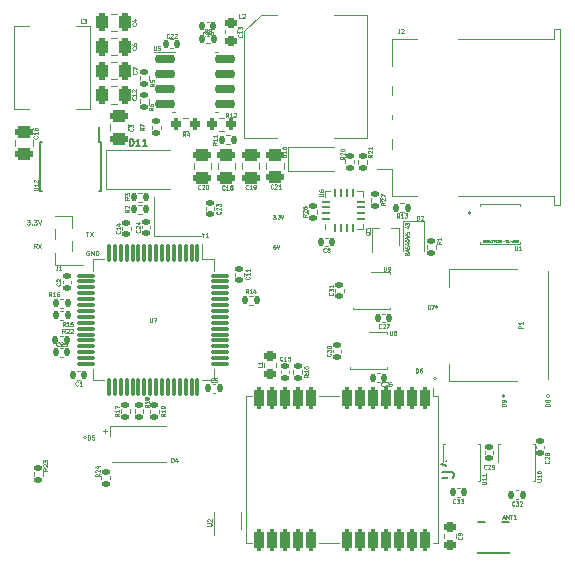
<source format=gbr>
%TF.GenerationSoftware,KiCad,Pcbnew,(6.0.5-0)*%
%TF.CreationDate,2022-06-06T17:24:23+02:00*%
%TF.ProjectId,BlackPanda,426c6163-6b50-4616-9e64-612e6b696361,rev?*%
%TF.SameCoordinates,Original*%
%TF.FileFunction,Legend,Top*%
%TF.FilePolarity,Positive*%
%FSLAX46Y46*%
G04 Gerber Fmt 4.6, Leading zero omitted, Abs format (unit mm)*
G04 Created by KiCad (PCBNEW (6.0.5-0)) date 2022-06-06 17:24:23*
%MOMM*%
%LPD*%
G01*
G04 APERTURE LIST*
G04 Aperture macros list*
%AMRoundRect*
0 Rectangle with rounded corners*
0 $1 Rounding radius*
0 $2 $3 $4 $5 $6 $7 $8 $9 X,Y pos of 4 corners*
0 Add a 4 corners polygon primitive as box body*
4,1,4,$2,$3,$4,$5,$6,$7,$8,$9,$2,$3,0*
0 Add four circle primitives for the rounded corners*
1,1,$1+$1,$2,$3*
1,1,$1+$1,$4,$5*
1,1,$1+$1,$6,$7*
1,1,$1+$1,$8,$9*
0 Add four rect primitives between the rounded corners*
20,1,$1+$1,$2,$3,$4,$5,0*
20,1,$1+$1,$4,$5,$6,$7,0*
20,1,$1+$1,$6,$7,$8,$9,0*
20,1,$1+$1,$8,$9,$2,$3,0*%
G04 Aperture macros list end*
%ADD10C,0.075000*%
%ADD11C,0.100000*%
%ADD12C,0.087500*%
%ADD13C,0.150000*%
%ADD14C,0.050000*%
%ADD15C,0.120000*%
%ADD16C,0.127000*%
%ADD17RoundRect,0.140000X0.140000X0.170000X-0.140000X0.170000X-0.140000X-0.170000X0.140000X-0.170000X0*%
%ADD18RoundRect,0.140000X0.170000X-0.140000X0.170000X0.140000X-0.170000X0.140000X-0.170000X-0.140000X0*%
%ADD19R,0.650000X1.500000*%
%ADD20R,1.800000X1.350000*%
%ADD21R,1.000000X0.600000*%
%ADD22RoundRect,0.135000X-0.185000X0.135000X-0.185000X-0.135000X0.185000X-0.135000X0.185000X0.135000X0*%
%ADD23RoundRect,0.135000X0.185000X-0.135000X0.185000X0.135000X-0.185000X0.135000X-0.185000X-0.135000X0*%
%ADD24RoundRect,0.200000X0.200000X0.275000X-0.200000X0.275000X-0.200000X-0.275000X0.200000X-0.275000X0*%
%ADD25RoundRect,0.135000X-0.135000X-0.185000X0.135000X-0.185000X0.135000X0.185000X-0.135000X0.185000X0*%
%ADD26RoundRect,0.250000X0.250000X0.475000X-0.250000X0.475000X-0.250000X-0.475000X0.250000X-0.475000X0*%
%ADD27RoundRect,0.135000X0.135000X0.185000X-0.135000X0.185000X-0.135000X-0.185000X0.135000X-0.185000X0*%
%ADD28R,2.400000X3.100000*%
%ADD29RoundRect,0.150000X-0.737500X-0.150000X0.737500X-0.150000X0.737500X0.150000X-0.737500X0.150000X0*%
%ADD30R,0.650000X0.350000*%
%ADD31R,1.550000X2.400000*%
%ADD32R,0.450000X0.700000*%
%ADD33R,1.050000X2.200000*%
%ADD34R,1.050000X1.000000*%
%ADD35RoundRect,0.140000X-0.170000X0.140000X-0.170000X-0.140000X0.170000X-0.140000X0.170000X0.140000X0*%
%ADD36RoundRect,0.250000X0.475000X-0.250000X0.475000X0.250000X-0.475000X0.250000X-0.475000X-0.250000X0*%
%ADD37O,0.650000X0.950000*%
%ADD38C,0.650000*%
%ADD39O,1.800000X0.950000*%
%ADD40O,1.400000X0.800000*%
%ADD41R,0.800000X0.300000*%
%ADD42R,3.400000X2.400000*%
%ADD43R,0.600000X1.000000*%
%ADD44R,1.750000X0.600000*%
%ADD45R,0.914400X0.914400*%
%ADD46R,0.400000X0.650000*%
%ADD47RoundRect,0.140000X-0.140000X-0.170000X0.140000X-0.170000X0.140000X0.170000X-0.140000X0.170000X0*%
%ADD48RoundRect,0.218750X-0.256250X0.218750X-0.256250X-0.218750X0.256250X-0.218750X0.256250X0.218750X0*%
%ADD49RoundRect,0.062500X0.062500X-0.312500X0.062500X0.312500X-0.062500X0.312500X-0.062500X-0.312500X0*%
%ADD50RoundRect,0.062500X0.312500X-0.062500X0.312500X0.062500X-0.312500X0.062500X-0.312500X-0.062500X0*%
%ADD51R,1.750000X1.750000*%
%ADD52R,1.500000X0.900000*%
%ADD53RoundRect,0.225000X-0.250000X0.225000X-0.250000X-0.225000X0.250000X-0.225000X0.250000X0.225000X0*%
%ADD54R,3.000000X1.250000*%
%ADD55C,3.000000*%
%ADD56RoundRect,0.075000X-0.075000X0.700000X-0.075000X-0.700000X0.075000X-0.700000X0.075000X0.700000X0*%
%ADD57RoundRect,0.075000X-0.700000X0.075000X-0.700000X-0.075000X0.700000X-0.075000X0.700000X0.075000X0*%
%ADD58RoundRect,0.200000X-0.200000X0.700000X-0.200000X-0.700000X0.200000X-0.700000X0.200000X0.700000X0*%
%ADD59R,0.450000X0.600000*%
%ADD60R,0.350000X0.650000*%
%ADD61R,2.400000X1.550000*%
%ADD62RoundRect,0.250000X-0.475000X0.250000X-0.475000X-0.250000X0.475000X-0.250000X0.475000X0.250000X0*%
%ADD63R,0.558800X0.406400*%
%ADD64R,0.508000X0.406400*%
%ADD65R,1.400000X1.200000*%
%ADD66R,2.500000X1.800000*%
%ADD67R,1.100000X1.100000*%
%ADD68R,3.500000X2.400000*%
G04 APERTURE END LIST*
D10*
X193292857Y-81175714D02*
X193150000Y-81175714D01*
X193135714Y-81318571D01*
X193150000Y-81304285D01*
X193178571Y-81290000D01*
X193250000Y-81290000D01*
X193278571Y-81304285D01*
X193292857Y-81318571D01*
X193307142Y-81347142D01*
X193307142Y-81418571D01*
X193292857Y-81447142D01*
X193278571Y-81461428D01*
X193250000Y-81475714D01*
X193178571Y-81475714D01*
X193150000Y-81461428D01*
X193135714Y-81447142D01*
X193392857Y-81175714D02*
X193492857Y-81475714D01*
X193592857Y-81175714D01*
X204448571Y-81874285D02*
X204462857Y-81831428D01*
X204477142Y-81817142D01*
X204505714Y-81802857D01*
X204548571Y-81802857D01*
X204577142Y-81817142D01*
X204591428Y-81831428D01*
X204605714Y-81860000D01*
X204605714Y-81974285D01*
X204305714Y-81974285D01*
X204305714Y-81874285D01*
X204320000Y-81845714D01*
X204334285Y-81831428D01*
X204362857Y-81817142D01*
X204391428Y-81817142D01*
X204420000Y-81831428D01*
X204434285Y-81845714D01*
X204448571Y-81874285D01*
X204448571Y-81974285D01*
X204520000Y-81688571D02*
X204520000Y-81545714D01*
X204605714Y-81717142D02*
X204305714Y-81617142D01*
X204605714Y-81517142D01*
X204591428Y-81431428D02*
X204605714Y-81388571D01*
X204605714Y-81317142D01*
X204591428Y-81288571D01*
X204577142Y-81274285D01*
X204548571Y-81260000D01*
X204520000Y-81260000D01*
X204491428Y-81274285D01*
X204477142Y-81288571D01*
X204462857Y-81317142D01*
X204448571Y-81374285D01*
X204434285Y-81402857D01*
X204420000Y-81417142D01*
X204391428Y-81431428D01*
X204362857Y-81431428D01*
X204334285Y-81417142D01*
X204320000Y-81402857D01*
X204305714Y-81374285D01*
X204305714Y-81302857D01*
X204320000Y-81260000D01*
X204405714Y-81002857D02*
X204605714Y-81002857D01*
X204291428Y-81074285D02*
X204505714Y-81145714D01*
X204505714Y-80960000D01*
X204305714Y-80788571D02*
X204305714Y-80760000D01*
X204320000Y-80731428D01*
X204334285Y-80717142D01*
X204362857Y-80702857D01*
X204420000Y-80688571D01*
X204491428Y-80688571D01*
X204548571Y-80702857D01*
X204577142Y-80717142D01*
X204591428Y-80731428D01*
X204605714Y-80760000D01*
X204605714Y-80788571D01*
X204591428Y-80817142D01*
X204577142Y-80831428D01*
X204548571Y-80845714D01*
X204491428Y-80860000D01*
X204420000Y-80860000D01*
X204362857Y-80845714D01*
X204334285Y-80831428D01*
X204320000Y-80817142D01*
X204305714Y-80788571D01*
X204305714Y-80588571D02*
X204605714Y-80517142D01*
X204391428Y-80460000D01*
X204605714Y-80402857D01*
X204305714Y-80331428D01*
X204591428Y-80231428D02*
X204605714Y-80188571D01*
X204605714Y-80117142D01*
X204591428Y-80088571D01*
X204577142Y-80074285D01*
X204548571Y-80060000D01*
X204520000Y-80060000D01*
X204491428Y-80074285D01*
X204477142Y-80088571D01*
X204462857Y-80117142D01*
X204448571Y-80174285D01*
X204434285Y-80202857D01*
X204420000Y-80217142D01*
X204391428Y-80231428D01*
X204362857Y-80231428D01*
X204334285Y-80217142D01*
X204320000Y-80202857D01*
X204305714Y-80174285D01*
X204305714Y-80102857D01*
X204320000Y-80060000D01*
X204405714Y-79574285D02*
X204605714Y-79574285D01*
X204291428Y-79645714D02*
X204505714Y-79717142D01*
X204505714Y-79531428D01*
X204305714Y-79445714D02*
X204305714Y-79260000D01*
X204420000Y-79360000D01*
X204420000Y-79317142D01*
X204434285Y-79288571D01*
X204448571Y-79274285D01*
X204477142Y-79260000D01*
X204548571Y-79260000D01*
X204577142Y-79274285D01*
X204591428Y-79288571D01*
X204605714Y-79317142D01*
X204605714Y-79402857D01*
X204591428Y-79431428D01*
X204577142Y-79445714D01*
D11*
X177245238Y-80030952D02*
X177473809Y-80030952D01*
X177359523Y-80430952D02*
X177359523Y-80030952D01*
X177569047Y-80030952D02*
X177835714Y-80430952D01*
X177835714Y-80030952D02*
X177569047Y-80430952D01*
X177495238Y-81650000D02*
X177457142Y-81630952D01*
X177400000Y-81630952D01*
X177342857Y-81650000D01*
X177304761Y-81688095D01*
X177285714Y-81726190D01*
X177266666Y-81802380D01*
X177266666Y-81859523D01*
X177285714Y-81935714D01*
X177304761Y-81973809D01*
X177342857Y-82011904D01*
X177400000Y-82030952D01*
X177438095Y-82030952D01*
X177495238Y-82011904D01*
X177514285Y-81992857D01*
X177514285Y-81859523D01*
X177438095Y-81859523D01*
X177685714Y-82030952D02*
X177685714Y-81630952D01*
X177914285Y-82030952D01*
X177914285Y-81630952D01*
X178104761Y-82030952D02*
X178104761Y-81630952D01*
X178200000Y-81630952D01*
X178257142Y-81650000D01*
X178295238Y-81688095D01*
X178314285Y-81726190D01*
X178333333Y-81802380D01*
X178333333Y-81859523D01*
X178314285Y-81935714D01*
X178295238Y-81973809D01*
X178257142Y-82011904D01*
X178200000Y-82030952D01*
X178104761Y-82030952D01*
D10*
X193057142Y-78635714D02*
X193242857Y-78635714D01*
X193142857Y-78750000D01*
X193185714Y-78750000D01*
X193214285Y-78764285D01*
X193228571Y-78778571D01*
X193242857Y-78807142D01*
X193242857Y-78878571D01*
X193228571Y-78907142D01*
X193214285Y-78921428D01*
X193185714Y-78935714D01*
X193100000Y-78935714D01*
X193071428Y-78921428D01*
X193057142Y-78907142D01*
X193371428Y-78907142D02*
X193385714Y-78921428D01*
X193371428Y-78935714D01*
X193357142Y-78921428D01*
X193371428Y-78907142D01*
X193371428Y-78935714D01*
X193485714Y-78635714D02*
X193671428Y-78635714D01*
X193571428Y-78750000D01*
X193614285Y-78750000D01*
X193642857Y-78764285D01*
X193657142Y-78778571D01*
X193671428Y-78807142D01*
X193671428Y-78878571D01*
X193657142Y-78907142D01*
X193642857Y-78921428D01*
X193614285Y-78935714D01*
X193528571Y-78935714D01*
X193500000Y-78921428D01*
X193485714Y-78907142D01*
X193757142Y-78635714D02*
X193857142Y-78935714D01*
X193957142Y-78635714D01*
X178699523Y-96885714D02*
X179080476Y-96885714D01*
X178890000Y-97076190D02*
X178890000Y-96695238D01*
D11*
X172259523Y-79030952D02*
X172507142Y-79030952D01*
X172373809Y-79183333D01*
X172430952Y-79183333D01*
X172469047Y-79202380D01*
X172488095Y-79221428D01*
X172507142Y-79259523D01*
X172507142Y-79354761D01*
X172488095Y-79392857D01*
X172469047Y-79411904D01*
X172430952Y-79430952D01*
X172316666Y-79430952D01*
X172278571Y-79411904D01*
X172259523Y-79392857D01*
X172678571Y-79392857D02*
X172697619Y-79411904D01*
X172678571Y-79430952D01*
X172659523Y-79411904D01*
X172678571Y-79392857D01*
X172678571Y-79430952D01*
X172830952Y-79030952D02*
X173078571Y-79030952D01*
X172945238Y-79183333D01*
X173002380Y-79183333D01*
X173040476Y-79202380D01*
X173059523Y-79221428D01*
X173078571Y-79259523D01*
X173078571Y-79354761D01*
X173059523Y-79392857D01*
X173040476Y-79411904D01*
X173002380Y-79430952D01*
X172888095Y-79430952D01*
X172850000Y-79411904D01*
X172830952Y-79392857D01*
X173192857Y-79030952D02*
X173326190Y-79430952D01*
X173459523Y-79030952D01*
X173083333Y-81430952D02*
X172950000Y-81240476D01*
X172854761Y-81430952D02*
X172854761Y-81030952D01*
X173007142Y-81030952D01*
X173045238Y-81050000D01*
X173064285Y-81069047D01*
X173083333Y-81107142D01*
X173083333Y-81164285D01*
X173064285Y-81202380D01*
X173045238Y-81221428D01*
X173007142Y-81240476D01*
X172854761Y-81240476D01*
X173216666Y-81030952D02*
X173483333Y-81430952D01*
X173483333Y-81030952D02*
X173216666Y-81430952D01*
D12*
%TO.C,C8*%
X197561666Y-81735000D02*
X197545000Y-81751666D01*
X197495000Y-81768333D01*
X197461666Y-81768333D01*
X197411666Y-81751666D01*
X197378333Y-81718333D01*
X197361666Y-81685000D01*
X197345000Y-81618333D01*
X197345000Y-81568333D01*
X197361666Y-81501666D01*
X197378333Y-81468333D01*
X197411666Y-81435000D01*
X197461666Y-81418333D01*
X197495000Y-81418333D01*
X197545000Y-81435000D01*
X197561666Y-81451666D01*
X197761666Y-81568333D02*
X197728333Y-81551666D01*
X197711666Y-81535000D01*
X197695000Y-81501666D01*
X197695000Y-81485000D01*
X197711666Y-81451666D01*
X197728333Y-81435000D01*
X197761666Y-81418333D01*
X197828333Y-81418333D01*
X197861666Y-81435000D01*
X197878333Y-81451666D01*
X197895000Y-81485000D01*
X197895000Y-81501666D01*
X197878333Y-81535000D01*
X197861666Y-81551666D01*
X197828333Y-81568333D01*
X197761666Y-81568333D01*
X197728333Y-81585000D01*
X197711666Y-81601666D01*
X197695000Y-81635000D01*
X197695000Y-81701666D01*
X197711666Y-81735000D01*
X197728333Y-81751666D01*
X197761666Y-81768333D01*
X197828333Y-81768333D01*
X197861666Y-81751666D01*
X197878333Y-81735000D01*
X197895000Y-81701666D01*
X197895000Y-81635000D01*
X197878333Y-81601666D01*
X197861666Y-81585000D01*
X197828333Y-81568333D01*
%TO.C,C14*%
X180125000Y-79975000D02*
X180141666Y-79991666D01*
X180158333Y-80041666D01*
X180158333Y-80075000D01*
X180141666Y-80125000D01*
X180108333Y-80158333D01*
X180075000Y-80175000D01*
X180008333Y-80191666D01*
X179958333Y-80191666D01*
X179891666Y-80175000D01*
X179858333Y-80158333D01*
X179825000Y-80125000D01*
X179808333Y-80075000D01*
X179808333Y-80041666D01*
X179825000Y-79991666D01*
X179841666Y-79975000D01*
X180158333Y-79641666D02*
X180158333Y-79841666D01*
X180158333Y-79741666D02*
X179808333Y-79741666D01*
X179858333Y-79775000D01*
X179891666Y-79808333D01*
X179908333Y-79841666D01*
X179925000Y-79341666D02*
X180158333Y-79341666D01*
X179791666Y-79425000D02*
X180041666Y-79508333D01*
X180041666Y-79291666D01*
%TO.C,U12*%
X172833333Y-76533333D02*
X173116666Y-76533333D01*
X173150000Y-76516666D01*
X173166666Y-76500000D01*
X173183333Y-76466666D01*
X173183333Y-76400000D01*
X173166666Y-76366666D01*
X173150000Y-76350000D01*
X173116666Y-76333333D01*
X172833333Y-76333333D01*
X173183333Y-75983333D02*
X173183333Y-76183333D01*
X173183333Y-76083333D02*
X172833333Y-76083333D01*
X172883333Y-76116666D01*
X172916666Y-76150000D01*
X172933333Y-76183333D01*
X172866666Y-75850000D02*
X172850000Y-75833333D01*
X172833333Y-75800000D01*
X172833333Y-75716666D01*
X172850000Y-75683333D01*
X172866666Y-75666666D01*
X172900000Y-75650000D01*
X172933333Y-75650000D01*
X172983333Y-75666666D01*
X173183333Y-75866666D01*
X173183333Y-75650000D01*
%TO.C,D7*%
X206181666Y-86588333D02*
X206181666Y-86238333D01*
X206265000Y-86238333D01*
X206315000Y-86255000D01*
X206348333Y-86288333D01*
X206365000Y-86321666D01*
X206381666Y-86388333D01*
X206381666Y-86438333D01*
X206365000Y-86505000D01*
X206348333Y-86538333D01*
X206315000Y-86571666D01*
X206265000Y-86588333D01*
X206181666Y-86588333D01*
X206498333Y-86238333D02*
X206731666Y-86238333D01*
X206581666Y-86588333D01*
%TO.C,R23*%
X173983333Y-100050000D02*
X173816666Y-100166666D01*
X173983333Y-100250000D02*
X173633333Y-100250000D01*
X173633333Y-100116666D01*
X173650000Y-100083333D01*
X173666666Y-100066666D01*
X173700000Y-100050000D01*
X173750000Y-100050000D01*
X173783333Y-100066666D01*
X173800000Y-100083333D01*
X173816666Y-100116666D01*
X173816666Y-100250000D01*
X173666666Y-99916666D02*
X173650000Y-99900000D01*
X173633333Y-99866666D01*
X173633333Y-99783333D01*
X173650000Y-99750000D01*
X173666666Y-99733333D01*
X173700000Y-99716666D01*
X173733333Y-99716666D01*
X173783333Y-99733333D01*
X173983333Y-99933333D01*
X173983333Y-99716666D01*
X173633333Y-99600000D02*
X173633333Y-99383333D01*
X173766666Y-99500000D01*
X173766666Y-99450000D01*
X173783333Y-99416666D01*
X173800000Y-99400000D01*
X173833333Y-99383333D01*
X173916666Y-99383333D01*
X173950000Y-99400000D01*
X173966666Y-99416666D01*
X173983333Y-99450000D01*
X173983333Y-99550000D01*
X173966666Y-99583333D01*
X173950000Y-99600000D01*
%TO.C,R24*%
X178408333Y-100525000D02*
X178241666Y-100641666D01*
X178408333Y-100725000D02*
X178058333Y-100725000D01*
X178058333Y-100591666D01*
X178075000Y-100558333D01*
X178091666Y-100541666D01*
X178125000Y-100525000D01*
X178175000Y-100525000D01*
X178208333Y-100541666D01*
X178225000Y-100558333D01*
X178241666Y-100591666D01*
X178241666Y-100725000D01*
X178091666Y-100391666D02*
X178075000Y-100375000D01*
X178058333Y-100341666D01*
X178058333Y-100258333D01*
X178075000Y-100225000D01*
X178091666Y-100208333D01*
X178125000Y-100191666D01*
X178158333Y-100191666D01*
X178208333Y-100208333D01*
X178408333Y-100408333D01*
X178408333Y-100191666D01*
X178175000Y-99891666D02*
X178408333Y-99891666D01*
X178041666Y-99975000D02*
X178291666Y-100058333D01*
X178291666Y-99841666D01*
%TO.C,R5*%
X183058333Y-67508333D02*
X182891666Y-67625000D01*
X183058333Y-67708333D02*
X182708333Y-67708333D01*
X182708333Y-67575000D01*
X182725000Y-67541666D01*
X182741666Y-67525000D01*
X182775000Y-67508333D01*
X182825000Y-67508333D01*
X182858333Y-67525000D01*
X182875000Y-67541666D01*
X182891666Y-67575000D01*
X182891666Y-67708333D01*
X182708333Y-67191666D02*
X182708333Y-67358333D01*
X182875000Y-67375000D01*
X182858333Y-67358333D01*
X182841666Y-67325000D01*
X182841666Y-67241666D01*
X182858333Y-67208333D01*
X182875000Y-67191666D01*
X182908333Y-67175000D01*
X182991666Y-67175000D01*
X183025000Y-67191666D01*
X183041666Y-67208333D01*
X183058333Y-67241666D01*
X183058333Y-67325000D01*
X183041666Y-67358333D01*
X183025000Y-67375000D01*
D10*
%TO.C,R26*%
X195948333Y-78555000D02*
X195781666Y-78671666D01*
X195948333Y-78755000D02*
X195598333Y-78755000D01*
X195598333Y-78621666D01*
X195615000Y-78588333D01*
X195631666Y-78571666D01*
X195665000Y-78555000D01*
X195715000Y-78555000D01*
X195748333Y-78571666D01*
X195765000Y-78588333D01*
X195781666Y-78621666D01*
X195781666Y-78755000D01*
X195631666Y-78421666D02*
X195615000Y-78405000D01*
X195598333Y-78371666D01*
X195598333Y-78288333D01*
X195615000Y-78255000D01*
X195631666Y-78238333D01*
X195665000Y-78221666D01*
X195698333Y-78221666D01*
X195748333Y-78238333D01*
X195948333Y-78438333D01*
X195948333Y-78221666D01*
X195598333Y-77921666D02*
X195598333Y-77988333D01*
X195615000Y-78021666D01*
X195631666Y-78038333D01*
X195681666Y-78071666D01*
X195748333Y-78088333D01*
X195881666Y-78088333D01*
X195915000Y-78071666D01*
X195931666Y-78055000D01*
X195948333Y-78021666D01*
X195948333Y-77955000D01*
X195931666Y-77921666D01*
X195915000Y-77905000D01*
X195881666Y-77888333D01*
X195798333Y-77888333D01*
X195765000Y-77905000D01*
X195748333Y-77921666D01*
X195731666Y-77955000D01*
X195731666Y-78021666D01*
X195748333Y-78055000D01*
X195765000Y-78071666D01*
X195798333Y-78088333D01*
%TO.C,R4*%
X185661666Y-71928333D02*
X185545000Y-71761666D01*
X185461666Y-71928333D02*
X185461666Y-71578333D01*
X185595000Y-71578333D01*
X185628333Y-71595000D01*
X185645000Y-71611666D01*
X185661666Y-71645000D01*
X185661666Y-71695000D01*
X185645000Y-71728333D01*
X185628333Y-71745000D01*
X185595000Y-71761666D01*
X185461666Y-71761666D01*
X185961666Y-71695000D02*
X185961666Y-71928333D01*
X185878333Y-71561666D02*
X185795000Y-71811666D01*
X186011666Y-71811666D01*
D12*
%TO.C,R11*%
X188333333Y-72475000D02*
X188166666Y-72591666D01*
X188333333Y-72675000D02*
X187983333Y-72675000D01*
X187983333Y-72541666D01*
X188000000Y-72508333D01*
X188016666Y-72491666D01*
X188050000Y-72475000D01*
X188100000Y-72475000D01*
X188133333Y-72491666D01*
X188150000Y-72508333D01*
X188166666Y-72541666D01*
X188166666Y-72675000D01*
X188333333Y-72141666D02*
X188333333Y-72341666D01*
X188333333Y-72241666D02*
X187983333Y-72241666D01*
X188033333Y-72275000D01*
X188066666Y-72308333D01*
X188083333Y-72341666D01*
X188333333Y-71808333D02*
X188333333Y-72008333D01*
X188333333Y-71908333D02*
X187983333Y-71908333D01*
X188033333Y-71941666D01*
X188066666Y-71975000D01*
X188083333Y-72008333D01*
%TO.C,C7*%
X181525000Y-66458333D02*
X181541666Y-66475000D01*
X181558333Y-66525000D01*
X181558333Y-66558333D01*
X181541666Y-66608333D01*
X181508333Y-66641666D01*
X181475000Y-66658333D01*
X181408333Y-66675000D01*
X181358333Y-66675000D01*
X181291666Y-66658333D01*
X181258333Y-66641666D01*
X181225000Y-66608333D01*
X181208333Y-66558333D01*
X181208333Y-66525000D01*
X181225000Y-66475000D01*
X181241666Y-66458333D01*
X181208333Y-66341666D02*
X181208333Y-66108333D01*
X181558333Y-66258333D01*
D10*
%TO.C,R2*%
X180908333Y-78158333D02*
X180741666Y-78275000D01*
X180908333Y-78358333D02*
X180558333Y-78358333D01*
X180558333Y-78225000D01*
X180575000Y-78191666D01*
X180591666Y-78175000D01*
X180625000Y-78158333D01*
X180675000Y-78158333D01*
X180708333Y-78175000D01*
X180725000Y-78191666D01*
X180741666Y-78225000D01*
X180741666Y-78358333D01*
X180591666Y-78025000D02*
X180575000Y-78008333D01*
X180558333Y-77975000D01*
X180558333Y-77891666D01*
X180575000Y-77858333D01*
X180591666Y-77841666D01*
X180625000Y-77825000D01*
X180658333Y-77825000D01*
X180708333Y-77841666D01*
X180908333Y-78041666D01*
X180908333Y-77825000D01*
D12*
%TO.C,U5*%
X183015833Y-64313333D02*
X183015833Y-64596666D01*
X183032500Y-64630000D01*
X183049166Y-64646666D01*
X183082500Y-64663333D01*
X183149166Y-64663333D01*
X183182500Y-64646666D01*
X183199166Y-64630000D01*
X183215833Y-64596666D01*
X183215833Y-64313333D01*
X183549166Y-64313333D02*
X183382500Y-64313333D01*
X183365833Y-64480000D01*
X183382500Y-64463333D01*
X183415833Y-64446666D01*
X183499166Y-64446666D01*
X183532500Y-64463333D01*
X183549166Y-64480000D01*
X183565833Y-64513333D01*
X183565833Y-64596666D01*
X183549166Y-64630000D01*
X183532500Y-64646666D01*
X183499166Y-64663333D01*
X183415833Y-64663333D01*
X183382500Y-64646666D01*
X183365833Y-64630000D01*
%TO.C,C25*%
X174965000Y-89705000D02*
X174948333Y-89721666D01*
X174898333Y-89738333D01*
X174865000Y-89738333D01*
X174815000Y-89721666D01*
X174781666Y-89688333D01*
X174765000Y-89655000D01*
X174748333Y-89588333D01*
X174748333Y-89538333D01*
X174765000Y-89471666D01*
X174781666Y-89438333D01*
X174815000Y-89405000D01*
X174865000Y-89388333D01*
X174898333Y-89388333D01*
X174948333Y-89405000D01*
X174965000Y-89421666D01*
X175098333Y-89421666D02*
X175115000Y-89405000D01*
X175148333Y-89388333D01*
X175231666Y-89388333D01*
X175265000Y-89405000D01*
X175281666Y-89421666D01*
X175298333Y-89455000D01*
X175298333Y-89488333D01*
X175281666Y-89538333D01*
X175081666Y-89738333D01*
X175298333Y-89738333D01*
X175615000Y-89388333D02*
X175448333Y-89388333D01*
X175431666Y-89555000D01*
X175448333Y-89538333D01*
X175481666Y-89521666D01*
X175565000Y-89521666D01*
X175598333Y-89538333D01*
X175615000Y-89555000D01*
X175631666Y-89588333D01*
X175631666Y-89671666D01*
X175615000Y-89705000D01*
X175598333Y-89721666D01*
X175565000Y-89738333D01*
X175481666Y-89738333D01*
X175448333Y-89721666D01*
X175431666Y-89705000D01*
%TO.C,R16*%
X174325000Y-85508333D02*
X174208333Y-85341666D01*
X174125000Y-85508333D02*
X174125000Y-85158333D01*
X174258333Y-85158333D01*
X174291666Y-85175000D01*
X174308333Y-85191666D01*
X174325000Y-85225000D01*
X174325000Y-85275000D01*
X174308333Y-85308333D01*
X174291666Y-85325000D01*
X174258333Y-85341666D01*
X174125000Y-85341666D01*
X174658333Y-85508333D02*
X174458333Y-85508333D01*
X174558333Y-85508333D02*
X174558333Y-85158333D01*
X174525000Y-85208333D01*
X174491666Y-85241666D01*
X174458333Y-85258333D01*
X174958333Y-85158333D02*
X174891666Y-85158333D01*
X174858333Y-85175000D01*
X174841666Y-85191666D01*
X174808333Y-85241666D01*
X174791666Y-85308333D01*
X174791666Y-85441666D01*
X174808333Y-85475000D01*
X174825000Y-85491666D01*
X174858333Y-85508333D01*
X174925000Y-85508333D01*
X174958333Y-85491666D01*
X174975000Y-85475000D01*
X174991666Y-85441666D01*
X174991666Y-85358333D01*
X174975000Y-85325000D01*
X174958333Y-85308333D01*
X174925000Y-85291666D01*
X174858333Y-85291666D01*
X174825000Y-85308333D01*
X174808333Y-85325000D01*
X174791666Y-85358333D01*
%TO.C,C28*%
X216425000Y-99425000D02*
X216441666Y-99441666D01*
X216458333Y-99491666D01*
X216458333Y-99525000D01*
X216441666Y-99575000D01*
X216408333Y-99608333D01*
X216375000Y-99625000D01*
X216308333Y-99641666D01*
X216258333Y-99641666D01*
X216191666Y-99625000D01*
X216158333Y-99608333D01*
X216125000Y-99575000D01*
X216108333Y-99525000D01*
X216108333Y-99491666D01*
X216125000Y-99441666D01*
X216141666Y-99425000D01*
X216141666Y-99291666D02*
X216125000Y-99275000D01*
X216108333Y-99241666D01*
X216108333Y-99158333D01*
X216125000Y-99125000D01*
X216141666Y-99108333D01*
X216175000Y-99091666D01*
X216208333Y-99091666D01*
X216258333Y-99108333D01*
X216458333Y-99308333D01*
X216458333Y-99091666D01*
X216258333Y-98891666D02*
X216241666Y-98925000D01*
X216225000Y-98941666D01*
X216191666Y-98958333D01*
X216175000Y-98958333D01*
X216141666Y-98941666D01*
X216125000Y-98925000D01*
X216108333Y-98891666D01*
X216108333Y-98825000D01*
X216125000Y-98791666D01*
X216141666Y-98775000D01*
X216175000Y-98758333D01*
X216191666Y-98758333D01*
X216225000Y-98775000D01*
X216241666Y-98791666D01*
X216258333Y-98825000D01*
X216258333Y-98891666D01*
X216275000Y-98925000D01*
X216291666Y-98941666D01*
X216325000Y-98958333D01*
X216391666Y-98958333D01*
X216425000Y-98941666D01*
X216441666Y-98925000D01*
X216458333Y-98891666D01*
X216458333Y-98825000D01*
X216441666Y-98791666D01*
X216425000Y-98775000D01*
X216391666Y-98758333D01*
X216325000Y-98758333D01*
X216291666Y-98775000D01*
X216275000Y-98791666D01*
X216258333Y-98825000D01*
%TO.C,U9*%
X202453333Y-82978333D02*
X202453333Y-83261666D01*
X202470000Y-83295000D01*
X202486666Y-83311666D01*
X202520000Y-83328333D01*
X202586666Y-83328333D01*
X202620000Y-83311666D01*
X202636666Y-83295000D01*
X202653333Y-83261666D01*
X202653333Y-82978333D01*
X202836666Y-83328333D02*
X202903333Y-83328333D01*
X202936666Y-83311666D01*
X202953333Y-83295000D01*
X202986666Y-83245000D01*
X203003333Y-83178333D01*
X203003333Y-83045000D01*
X202986666Y-83011666D01*
X202970000Y-82995000D01*
X202936666Y-82978333D01*
X202870000Y-82978333D01*
X202836666Y-82995000D01*
X202820000Y-83011666D01*
X202803333Y-83045000D01*
X202803333Y-83128333D01*
X202820000Y-83161666D01*
X202836666Y-83178333D01*
X202870000Y-83195000D01*
X202936666Y-83195000D01*
X202970000Y-83178333D01*
X202986666Y-83161666D01*
X203003333Y-83128333D01*
%TO.C,Q3*%
X201341666Y-80033333D02*
X201325000Y-80066666D01*
X201291666Y-80100000D01*
X201241666Y-80150000D01*
X201225000Y-80183333D01*
X201225000Y-80216666D01*
X201308333Y-80200000D02*
X201291666Y-80233333D01*
X201258333Y-80266666D01*
X201191666Y-80283333D01*
X201075000Y-80283333D01*
X201008333Y-80266666D01*
X200975000Y-80233333D01*
X200958333Y-80200000D01*
X200958333Y-80133333D01*
X200975000Y-80100000D01*
X201008333Y-80066666D01*
X201075000Y-80050000D01*
X201191666Y-80050000D01*
X201258333Y-80066666D01*
X201291666Y-80100000D01*
X201308333Y-80133333D01*
X201308333Y-80200000D01*
X200958333Y-79933333D02*
X200958333Y-79716666D01*
X201091666Y-79833333D01*
X201091666Y-79783333D01*
X201108333Y-79750000D01*
X201125000Y-79733333D01*
X201158333Y-79716666D01*
X201241666Y-79716666D01*
X201275000Y-79733333D01*
X201291666Y-79750000D01*
X201308333Y-79783333D01*
X201308333Y-79883333D01*
X201291666Y-79916666D01*
X201275000Y-79933333D01*
%TO.C,ANT1*%
X212533333Y-104257633D02*
X212700000Y-104257633D01*
X212500000Y-104357633D02*
X212616666Y-104007633D01*
X212733333Y-104357633D01*
X212850000Y-104357633D02*
X212850000Y-104007633D01*
X213050000Y-104357633D01*
X213050000Y-104007633D01*
X213166666Y-104007633D02*
X213366666Y-104007633D01*
X213266666Y-104357633D02*
X213266666Y-104007633D01*
X213666666Y-104357633D02*
X213466666Y-104357633D01*
X213566666Y-104357633D02*
X213566666Y-104007633D01*
X213533333Y-104057633D01*
X213500000Y-104090966D01*
X213466666Y-104107633D01*
%TO.C,R19*%
X183958333Y-95455000D02*
X183791666Y-95571666D01*
X183958333Y-95655000D02*
X183608333Y-95655000D01*
X183608333Y-95521666D01*
X183625000Y-95488333D01*
X183641666Y-95471666D01*
X183675000Y-95455000D01*
X183725000Y-95455000D01*
X183758333Y-95471666D01*
X183775000Y-95488333D01*
X183791666Y-95521666D01*
X183791666Y-95655000D01*
X183958333Y-95121666D02*
X183958333Y-95321666D01*
X183958333Y-95221666D02*
X183608333Y-95221666D01*
X183658333Y-95255000D01*
X183691666Y-95288333D01*
X183708333Y-95321666D01*
X183958333Y-94955000D02*
X183958333Y-94888333D01*
X183941666Y-94855000D01*
X183925000Y-94838333D01*
X183875000Y-94805000D01*
X183808333Y-94788333D01*
X183675000Y-94788333D01*
X183641666Y-94805000D01*
X183625000Y-94821666D01*
X183608333Y-94855000D01*
X183608333Y-94921666D01*
X183625000Y-94955000D01*
X183641666Y-94971666D01*
X183675000Y-94988333D01*
X183758333Y-94988333D01*
X183791666Y-94971666D01*
X183808333Y-94955000D01*
X183825000Y-94921666D01*
X183825000Y-94855000D01*
X183808333Y-94821666D01*
X183791666Y-94805000D01*
X183758333Y-94788333D01*
%TO.C,C23*%
X188625000Y-78325000D02*
X188641666Y-78341666D01*
X188658333Y-78391666D01*
X188658333Y-78425000D01*
X188641666Y-78475000D01*
X188608333Y-78508333D01*
X188575000Y-78525000D01*
X188508333Y-78541666D01*
X188458333Y-78541666D01*
X188391666Y-78525000D01*
X188358333Y-78508333D01*
X188325000Y-78475000D01*
X188308333Y-78425000D01*
X188308333Y-78391666D01*
X188325000Y-78341666D01*
X188341666Y-78325000D01*
X188341666Y-78191666D02*
X188325000Y-78175000D01*
X188308333Y-78141666D01*
X188308333Y-78058333D01*
X188325000Y-78025000D01*
X188341666Y-78008333D01*
X188375000Y-77991666D01*
X188408333Y-77991666D01*
X188458333Y-78008333D01*
X188658333Y-78208333D01*
X188658333Y-77991666D01*
X188308333Y-77875000D02*
X188308333Y-77658333D01*
X188441666Y-77775000D01*
X188441666Y-77725000D01*
X188458333Y-77691666D01*
X188475000Y-77675000D01*
X188508333Y-77658333D01*
X188591666Y-77658333D01*
X188625000Y-77675000D01*
X188641666Y-77691666D01*
X188658333Y-77725000D01*
X188658333Y-77825000D01*
X188641666Y-77858333D01*
X188625000Y-77875000D01*
%TO.C,R7*%
X182188333Y-71258333D02*
X182021666Y-71375000D01*
X182188333Y-71458333D02*
X181838333Y-71458333D01*
X181838333Y-71325000D01*
X181855000Y-71291666D01*
X181871666Y-71275000D01*
X181905000Y-71258333D01*
X181955000Y-71258333D01*
X181988333Y-71275000D01*
X182005000Y-71291666D01*
X182021666Y-71325000D01*
X182021666Y-71458333D01*
X181838333Y-71141666D02*
X181838333Y-70908333D01*
X182188333Y-71058333D01*
%TO.C,C12*%
X181475000Y-68650000D02*
X181491666Y-68666666D01*
X181508333Y-68716666D01*
X181508333Y-68750000D01*
X181491666Y-68800000D01*
X181458333Y-68833333D01*
X181425000Y-68850000D01*
X181358333Y-68866666D01*
X181308333Y-68866666D01*
X181241666Y-68850000D01*
X181208333Y-68833333D01*
X181175000Y-68800000D01*
X181158333Y-68750000D01*
X181158333Y-68716666D01*
X181175000Y-68666666D01*
X181191666Y-68650000D01*
X181508333Y-68316666D02*
X181508333Y-68516666D01*
X181508333Y-68416666D02*
X181158333Y-68416666D01*
X181208333Y-68450000D01*
X181241666Y-68483333D01*
X181258333Y-68516666D01*
X181191666Y-68183333D02*
X181175000Y-68166666D01*
X181158333Y-68133333D01*
X181158333Y-68050000D01*
X181175000Y-68016666D01*
X181191666Y-68000000D01*
X181225000Y-67983333D01*
X181258333Y-67983333D01*
X181308333Y-68000000D01*
X181508333Y-68200000D01*
X181508333Y-67983333D01*
%TO.C,C27*%
X202255000Y-88165000D02*
X202238333Y-88181666D01*
X202188333Y-88198333D01*
X202155000Y-88198333D01*
X202105000Y-88181666D01*
X202071666Y-88148333D01*
X202055000Y-88115000D01*
X202038333Y-88048333D01*
X202038333Y-87998333D01*
X202055000Y-87931666D01*
X202071666Y-87898333D01*
X202105000Y-87865000D01*
X202155000Y-87848333D01*
X202188333Y-87848333D01*
X202238333Y-87865000D01*
X202255000Y-87881666D01*
X202388333Y-87881666D02*
X202405000Y-87865000D01*
X202438333Y-87848333D01*
X202521666Y-87848333D01*
X202555000Y-87865000D01*
X202571666Y-87881666D01*
X202588333Y-87915000D01*
X202588333Y-87948333D01*
X202571666Y-87998333D01*
X202371666Y-88198333D01*
X202588333Y-88198333D01*
X202705000Y-87848333D02*
X202938333Y-87848333D01*
X202788333Y-88198333D01*
%TO.C,C11*%
X191075000Y-83845000D02*
X191091666Y-83861666D01*
X191108333Y-83911666D01*
X191108333Y-83945000D01*
X191091666Y-83995000D01*
X191058333Y-84028333D01*
X191025000Y-84045000D01*
X190958333Y-84061666D01*
X190908333Y-84061666D01*
X190841666Y-84045000D01*
X190808333Y-84028333D01*
X190775000Y-83995000D01*
X190758333Y-83945000D01*
X190758333Y-83911666D01*
X190775000Y-83861666D01*
X190791666Y-83845000D01*
X191108333Y-83511666D02*
X191108333Y-83711666D01*
X191108333Y-83611666D02*
X190758333Y-83611666D01*
X190808333Y-83645000D01*
X190841666Y-83678333D01*
X190858333Y-83711666D01*
X191108333Y-83178333D02*
X191108333Y-83378333D01*
X191108333Y-83278333D02*
X190758333Y-83278333D01*
X190808333Y-83311666D01*
X190841666Y-83345000D01*
X190858333Y-83378333D01*
%TO.C,U8*%
X202983333Y-88408333D02*
X202983333Y-88691666D01*
X203000000Y-88725000D01*
X203016666Y-88741666D01*
X203050000Y-88758333D01*
X203116666Y-88758333D01*
X203150000Y-88741666D01*
X203166666Y-88725000D01*
X203183333Y-88691666D01*
X203183333Y-88408333D01*
X203400000Y-88558333D02*
X203366666Y-88541666D01*
X203350000Y-88525000D01*
X203333333Y-88491666D01*
X203333333Y-88475000D01*
X203350000Y-88441666D01*
X203366666Y-88425000D01*
X203400000Y-88408333D01*
X203466666Y-88408333D01*
X203500000Y-88425000D01*
X203516666Y-88441666D01*
X203533333Y-88475000D01*
X203533333Y-88491666D01*
X203516666Y-88525000D01*
X203500000Y-88541666D01*
X203466666Y-88558333D01*
X203400000Y-88558333D01*
X203366666Y-88575000D01*
X203350000Y-88591666D01*
X203333333Y-88625000D01*
X203333333Y-88691666D01*
X203350000Y-88725000D01*
X203366666Y-88741666D01*
X203400000Y-88758333D01*
X203466666Y-88758333D01*
X203500000Y-88741666D01*
X203516666Y-88725000D01*
X203533333Y-88691666D01*
X203533333Y-88625000D01*
X203516666Y-88591666D01*
X203500000Y-88575000D01*
X203466666Y-88558333D01*
%TO.C,C20*%
X186950000Y-76400000D02*
X186933333Y-76416666D01*
X186883333Y-76433333D01*
X186850000Y-76433333D01*
X186800000Y-76416666D01*
X186766666Y-76383333D01*
X186750000Y-76350000D01*
X186733333Y-76283333D01*
X186733333Y-76233333D01*
X186750000Y-76166666D01*
X186766666Y-76133333D01*
X186800000Y-76100000D01*
X186850000Y-76083333D01*
X186883333Y-76083333D01*
X186933333Y-76100000D01*
X186950000Y-76116666D01*
X187083333Y-76116666D02*
X187100000Y-76100000D01*
X187133333Y-76083333D01*
X187216666Y-76083333D01*
X187250000Y-76100000D01*
X187266666Y-76116666D01*
X187283333Y-76150000D01*
X187283333Y-76183333D01*
X187266666Y-76233333D01*
X187066666Y-76433333D01*
X187283333Y-76433333D01*
X187500000Y-76083333D02*
X187533333Y-76083333D01*
X187566666Y-76100000D01*
X187583333Y-76116666D01*
X187600000Y-76150000D01*
X187616666Y-76216666D01*
X187616666Y-76300000D01*
X187600000Y-76366666D01*
X187583333Y-76400000D01*
X187566666Y-76416666D01*
X187533333Y-76433333D01*
X187500000Y-76433333D01*
X187466666Y-76416666D01*
X187450000Y-76400000D01*
X187433333Y-76366666D01*
X187416666Y-76300000D01*
X187416666Y-76216666D01*
X187433333Y-76150000D01*
X187450000Y-76116666D01*
X187466666Y-76100000D01*
X187500000Y-76083333D01*
%TO.C,C29*%
X211175000Y-100075000D02*
X211158333Y-100091666D01*
X211108333Y-100108333D01*
X211075000Y-100108333D01*
X211025000Y-100091666D01*
X210991666Y-100058333D01*
X210975000Y-100025000D01*
X210958333Y-99958333D01*
X210958333Y-99908333D01*
X210975000Y-99841666D01*
X210991666Y-99808333D01*
X211025000Y-99775000D01*
X211075000Y-99758333D01*
X211108333Y-99758333D01*
X211158333Y-99775000D01*
X211175000Y-99791666D01*
X211308333Y-99791666D02*
X211325000Y-99775000D01*
X211358333Y-99758333D01*
X211441666Y-99758333D01*
X211475000Y-99775000D01*
X211491666Y-99791666D01*
X211508333Y-99825000D01*
X211508333Y-99858333D01*
X211491666Y-99908333D01*
X211291666Y-100108333D01*
X211508333Y-100108333D01*
X211675000Y-100108333D02*
X211741666Y-100108333D01*
X211775000Y-100091666D01*
X211791666Y-100075000D01*
X211825000Y-100025000D01*
X211841666Y-99958333D01*
X211841666Y-99825000D01*
X211825000Y-99791666D01*
X211808333Y-99775000D01*
X211775000Y-99758333D01*
X211708333Y-99758333D01*
X211675000Y-99775000D01*
X211658333Y-99791666D01*
X211641666Y-99825000D01*
X211641666Y-99908333D01*
X211658333Y-99941666D01*
X211675000Y-99958333D01*
X211708333Y-99975000D01*
X211775000Y-99975000D01*
X211808333Y-99958333D01*
X211825000Y-99941666D01*
X211841666Y-99908333D01*
%TO.C,P1*%
X214228333Y-88198333D02*
X213878333Y-88198333D01*
X213878333Y-88065000D01*
X213895000Y-88031666D01*
X213911666Y-88015000D01*
X213945000Y-87998333D01*
X213995000Y-87998333D01*
X214028333Y-88015000D01*
X214045000Y-88031666D01*
X214061666Y-88065000D01*
X214061666Y-88198333D01*
X214228333Y-87665000D02*
X214228333Y-87865000D01*
X214228333Y-87765000D02*
X213878333Y-87765000D01*
X213928333Y-87798333D01*
X213961666Y-87831666D01*
X213978333Y-87865000D01*
%TO.C,C3*%
X181215000Y-71298333D02*
X181231666Y-71315000D01*
X181248333Y-71365000D01*
X181248333Y-71398333D01*
X181231666Y-71448333D01*
X181198333Y-71481666D01*
X181165000Y-71498333D01*
X181098333Y-71515000D01*
X181048333Y-71515000D01*
X180981666Y-71498333D01*
X180948333Y-71481666D01*
X180915000Y-71448333D01*
X180898333Y-71398333D01*
X180898333Y-71365000D01*
X180915000Y-71315000D01*
X180931666Y-71298333D01*
X180898333Y-71181666D02*
X180898333Y-70965000D01*
X181031666Y-71081666D01*
X181031666Y-71031666D01*
X181048333Y-70998333D01*
X181065000Y-70981666D01*
X181098333Y-70965000D01*
X181181666Y-70965000D01*
X181215000Y-70981666D01*
X181231666Y-70998333D01*
X181248333Y-71031666D01*
X181248333Y-71131666D01*
X181231666Y-71165000D01*
X181215000Y-71181666D01*
%TO.C,C24*%
X181795000Y-79885000D02*
X181811666Y-79901666D01*
X181828333Y-79951666D01*
X181828333Y-79985000D01*
X181811666Y-80035000D01*
X181778333Y-80068333D01*
X181745000Y-80085000D01*
X181678333Y-80101666D01*
X181628333Y-80101666D01*
X181561666Y-80085000D01*
X181528333Y-80068333D01*
X181495000Y-80035000D01*
X181478333Y-79985000D01*
X181478333Y-79951666D01*
X181495000Y-79901666D01*
X181511666Y-79885000D01*
X181511666Y-79751666D02*
X181495000Y-79735000D01*
X181478333Y-79701666D01*
X181478333Y-79618333D01*
X181495000Y-79585000D01*
X181511666Y-79568333D01*
X181545000Y-79551666D01*
X181578333Y-79551666D01*
X181628333Y-79568333D01*
X181828333Y-79768333D01*
X181828333Y-79551666D01*
X181595000Y-79251666D02*
X181828333Y-79251666D01*
X181461666Y-79335000D02*
X181711666Y-79418333D01*
X181711666Y-79201666D01*
%TO.C,R18*%
X182568333Y-94705000D02*
X182401666Y-94821666D01*
X182568333Y-94905000D02*
X182218333Y-94905000D01*
X182218333Y-94771666D01*
X182235000Y-94738333D01*
X182251666Y-94721666D01*
X182285000Y-94705000D01*
X182335000Y-94705000D01*
X182368333Y-94721666D01*
X182385000Y-94738333D01*
X182401666Y-94771666D01*
X182401666Y-94905000D01*
X182568333Y-94371666D02*
X182568333Y-94571666D01*
X182568333Y-94471666D02*
X182218333Y-94471666D01*
X182268333Y-94505000D01*
X182301666Y-94538333D01*
X182318333Y-94571666D01*
X182368333Y-94171666D02*
X182351666Y-94205000D01*
X182335000Y-94221666D01*
X182301666Y-94238333D01*
X182285000Y-94238333D01*
X182251666Y-94221666D01*
X182235000Y-94205000D01*
X182218333Y-94171666D01*
X182218333Y-94105000D01*
X182235000Y-94071666D01*
X182251666Y-94055000D01*
X182285000Y-94038333D01*
X182301666Y-94038333D01*
X182335000Y-94055000D01*
X182351666Y-94071666D01*
X182368333Y-94105000D01*
X182368333Y-94171666D01*
X182385000Y-94205000D01*
X182401666Y-94221666D01*
X182435000Y-94238333D01*
X182501666Y-94238333D01*
X182535000Y-94221666D01*
X182551666Y-94205000D01*
X182568333Y-94171666D01*
X182568333Y-94105000D01*
X182551666Y-94071666D01*
X182535000Y-94055000D01*
X182501666Y-94038333D01*
X182435000Y-94038333D01*
X182401666Y-94055000D01*
X182385000Y-94071666D01*
X182368333Y-94105000D01*
%TO.C,L2*%
X190411666Y-61948333D02*
X190245000Y-61948333D01*
X190245000Y-61598333D01*
X190511666Y-61631666D02*
X190528333Y-61615000D01*
X190561666Y-61598333D01*
X190645000Y-61598333D01*
X190678333Y-61615000D01*
X190695000Y-61631666D01*
X190711666Y-61665000D01*
X190711666Y-61698333D01*
X190695000Y-61748333D01*
X190495000Y-61948333D01*
X190711666Y-61948333D01*
%TO.C,C21*%
X193100000Y-76350000D02*
X193083333Y-76366666D01*
X193033333Y-76383333D01*
X193000000Y-76383333D01*
X192950000Y-76366666D01*
X192916666Y-76333333D01*
X192900000Y-76300000D01*
X192883333Y-76233333D01*
X192883333Y-76183333D01*
X192900000Y-76116666D01*
X192916666Y-76083333D01*
X192950000Y-76050000D01*
X193000000Y-76033333D01*
X193033333Y-76033333D01*
X193083333Y-76050000D01*
X193100000Y-76066666D01*
X193233333Y-76066666D02*
X193250000Y-76050000D01*
X193283333Y-76033333D01*
X193366666Y-76033333D01*
X193400000Y-76050000D01*
X193416666Y-76066666D01*
X193433333Y-76100000D01*
X193433333Y-76133333D01*
X193416666Y-76183333D01*
X193216666Y-76383333D01*
X193433333Y-76383333D01*
X193766666Y-76383333D02*
X193566666Y-76383333D01*
X193666666Y-76383333D02*
X193666666Y-76033333D01*
X193633333Y-76083333D01*
X193600000Y-76116666D01*
X193566666Y-76133333D01*
%TO.C,C30*%
X197955000Y-90355000D02*
X197971666Y-90371666D01*
X197988333Y-90421666D01*
X197988333Y-90455000D01*
X197971666Y-90505000D01*
X197938333Y-90538333D01*
X197905000Y-90555000D01*
X197838333Y-90571666D01*
X197788333Y-90571666D01*
X197721666Y-90555000D01*
X197688333Y-90538333D01*
X197655000Y-90505000D01*
X197638333Y-90455000D01*
X197638333Y-90421666D01*
X197655000Y-90371666D01*
X197671666Y-90355000D01*
X197638333Y-90238333D02*
X197638333Y-90021666D01*
X197771666Y-90138333D01*
X197771666Y-90088333D01*
X197788333Y-90055000D01*
X197805000Y-90038333D01*
X197838333Y-90021666D01*
X197921666Y-90021666D01*
X197955000Y-90038333D01*
X197971666Y-90055000D01*
X197988333Y-90088333D01*
X197988333Y-90188333D01*
X197971666Y-90221666D01*
X197955000Y-90238333D01*
X197638333Y-89805000D02*
X197638333Y-89771666D01*
X197655000Y-89738333D01*
X197671666Y-89721666D01*
X197705000Y-89705000D01*
X197771666Y-89688333D01*
X197855000Y-89688333D01*
X197921666Y-89705000D01*
X197955000Y-89721666D01*
X197971666Y-89738333D01*
X197988333Y-89771666D01*
X197988333Y-89805000D01*
X197971666Y-89838333D01*
X197955000Y-89855000D01*
X197921666Y-89871666D01*
X197855000Y-89888333D01*
X197771666Y-89888333D01*
X197705000Y-89871666D01*
X197671666Y-89855000D01*
X197655000Y-89838333D01*
X197638333Y-89805000D01*
%TO.C,D9*%
X212808333Y-94808333D02*
X212458333Y-94808333D01*
X212458333Y-94725000D01*
X212475000Y-94675000D01*
X212508333Y-94641666D01*
X212541666Y-94625000D01*
X212608333Y-94608333D01*
X212658333Y-94608333D01*
X212725000Y-94625000D01*
X212758333Y-94641666D01*
X212791666Y-94675000D01*
X212808333Y-94725000D01*
X212808333Y-94808333D01*
X212808333Y-94441666D02*
X212808333Y-94375000D01*
X212791666Y-94341666D01*
X212775000Y-94325000D01*
X212725000Y-94291666D01*
X212658333Y-94275000D01*
X212525000Y-94275000D01*
X212491666Y-94291666D01*
X212475000Y-94308333D01*
X212458333Y-94341666D01*
X212458333Y-94408333D01*
X212475000Y-94441666D01*
X212491666Y-94458333D01*
X212525000Y-94475000D01*
X212608333Y-94475000D01*
X212641666Y-94458333D01*
X212658333Y-94441666D01*
X212675000Y-94408333D01*
X212675000Y-94341666D01*
X212658333Y-94308333D01*
X212641666Y-94291666D01*
X212608333Y-94275000D01*
%TO.C,J1*%
X174823333Y-82948333D02*
X174823333Y-83198333D01*
X174806666Y-83248333D01*
X174773333Y-83281666D01*
X174723333Y-83298333D01*
X174690000Y-83298333D01*
X175173333Y-83298333D02*
X174973333Y-83298333D01*
X175073333Y-83298333D02*
X175073333Y-82948333D01*
X175040000Y-82998333D01*
X175006666Y-83031666D01*
X174973333Y-83048333D01*
%TO.C,U2*%
X187538333Y-104906666D02*
X187821666Y-104906666D01*
X187855000Y-104890000D01*
X187871666Y-104873333D01*
X187888333Y-104840000D01*
X187888333Y-104773333D01*
X187871666Y-104740000D01*
X187855000Y-104723333D01*
X187821666Y-104706666D01*
X187538333Y-104706666D01*
X187571666Y-104556666D02*
X187555000Y-104540000D01*
X187538333Y-104506666D01*
X187538333Y-104423333D01*
X187555000Y-104390000D01*
X187571666Y-104373333D01*
X187605000Y-104356666D01*
X187638333Y-104356666D01*
X187688333Y-104373333D01*
X187888333Y-104573333D01*
X187888333Y-104356666D01*
%TO.C,C32*%
X213530000Y-103182500D02*
X213513333Y-103199166D01*
X213463333Y-103215833D01*
X213430000Y-103215833D01*
X213380000Y-103199166D01*
X213346666Y-103165833D01*
X213330000Y-103132500D01*
X213313333Y-103065833D01*
X213313333Y-103015833D01*
X213330000Y-102949166D01*
X213346666Y-102915833D01*
X213380000Y-102882500D01*
X213430000Y-102865833D01*
X213463333Y-102865833D01*
X213513333Y-102882500D01*
X213530000Y-102899166D01*
X213646666Y-102865833D02*
X213863333Y-102865833D01*
X213746666Y-102999166D01*
X213796666Y-102999166D01*
X213830000Y-103015833D01*
X213846666Y-103032500D01*
X213863333Y-103065833D01*
X213863333Y-103149166D01*
X213846666Y-103182500D01*
X213830000Y-103199166D01*
X213796666Y-103215833D01*
X213696666Y-103215833D01*
X213663333Y-103199166D01*
X213646666Y-103182500D01*
X213996666Y-102899166D02*
X214013333Y-102882500D01*
X214046666Y-102865833D01*
X214130000Y-102865833D01*
X214163333Y-102882500D01*
X214180000Y-102899166D01*
X214196666Y-102932500D01*
X214196666Y-102965833D01*
X214180000Y-103015833D01*
X213980000Y-103215833D01*
X214196666Y-103215833D01*
%TO.C,C19*%
X190975000Y-76400000D02*
X190958333Y-76416666D01*
X190908333Y-76433333D01*
X190875000Y-76433333D01*
X190825000Y-76416666D01*
X190791666Y-76383333D01*
X190775000Y-76350000D01*
X190758333Y-76283333D01*
X190758333Y-76233333D01*
X190775000Y-76166666D01*
X190791666Y-76133333D01*
X190825000Y-76100000D01*
X190875000Y-76083333D01*
X190908333Y-76083333D01*
X190958333Y-76100000D01*
X190975000Y-76116666D01*
X191308333Y-76433333D02*
X191108333Y-76433333D01*
X191208333Y-76433333D02*
X191208333Y-76083333D01*
X191175000Y-76133333D01*
X191141666Y-76166666D01*
X191108333Y-76183333D01*
X191475000Y-76433333D02*
X191541666Y-76433333D01*
X191575000Y-76416666D01*
X191591666Y-76400000D01*
X191625000Y-76350000D01*
X191641666Y-76283333D01*
X191641666Y-76150000D01*
X191625000Y-76116666D01*
X191608333Y-76100000D01*
X191575000Y-76083333D01*
X191508333Y-76083333D01*
X191475000Y-76100000D01*
X191458333Y-76116666D01*
X191441666Y-76150000D01*
X191441666Y-76233333D01*
X191458333Y-76266666D01*
X191475000Y-76283333D01*
X191508333Y-76300000D01*
X191575000Y-76300000D01*
X191608333Y-76283333D01*
X191625000Y-76266666D01*
X191641666Y-76233333D01*
%TO.C,D5*%
X177431666Y-97628333D02*
X177431666Y-97278333D01*
X177515000Y-97278333D01*
X177565000Y-97295000D01*
X177598333Y-97328333D01*
X177615000Y-97361666D01*
X177631666Y-97428333D01*
X177631666Y-97478333D01*
X177615000Y-97545000D01*
X177598333Y-97578333D01*
X177565000Y-97611666D01*
X177515000Y-97628333D01*
X177431666Y-97628333D01*
X177948333Y-97278333D02*
X177781666Y-97278333D01*
X177765000Y-97445000D01*
X177781666Y-97428333D01*
X177815000Y-97411666D01*
X177898333Y-97411666D01*
X177931666Y-97428333D01*
X177948333Y-97445000D01*
X177965000Y-97478333D01*
X177965000Y-97561666D01*
X177948333Y-97595000D01*
X177931666Y-97611666D01*
X177898333Y-97628333D01*
X177815000Y-97628333D01*
X177781666Y-97611666D01*
X177765000Y-97595000D01*
%TO.C,L1*%
X192148333Y-91348333D02*
X192148333Y-91515000D01*
X191798333Y-91515000D01*
X192148333Y-91048333D02*
X192148333Y-91248333D01*
X192148333Y-91148333D02*
X191798333Y-91148333D01*
X191848333Y-91181666D01*
X191881666Y-91215000D01*
X191898333Y-91248333D01*
%TO.C,R17*%
X180038333Y-95445000D02*
X179871666Y-95561666D01*
X180038333Y-95645000D02*
X179688333Y-95645000D01*
X179688333Y-95511666D01*
X179705000Y-95478333D01*
X179721666Y-95461666D01*
X179755000Y-95445000D01*
X179805000Y-95445000D01*
X179838333Y-95461666D01*
X179855000Y-95478333D01*
X179871666Y-95511666D01*
X179871666Y-95645000D01*
X180038333Y-95111666D02*
X180038333Y-95311666D01*
X180038333Y-95211666D02*
X179688333Y-95211666D01*
X179738333Y-95245000D01*
X179771666Y-95278333D01*
X179788333Y-95311666D01*
X179688333Y-94995000D02*
X179688333Y-94761666D01*
X180038333Y-94911666D01*
%TO.C,C6*%
X181500000Y-64408333D02*
X181516666Y-64425000D01*
X181533333Y-64475000D01*
X181533333Y-64508333D01*
X181516666Y-64558333D01*
X181483333Y-64591666D01*
X181450000Y-64608333D01*
X181383333Y-64625000D01*
X181333333Y-64625000D01*
X181266666Y-64608333D01*
X181233333Y-64591666D01*
X181200000Y-64558333D01*
X181183333Y-64508333D01*
X181183333Y-64475000D01*
X181200000Y-64425000D01*
X181216666Y-64408333D01*
X181183333Y-64108333D02*
X181183333Y-64175000D01*
X181200000Y-64208333D01*
X181216666Y-64225000D01*
X181266666Y-64258333D01*
X181333333Y-64275000D01*
X181466666Y-64275000D01*
X181500000Y-64258333D01*
X181516666Y-64241666D01*
X181533333Y-64208333D01*
X181533333Y-64141666D01*
X181516666Y-64108333D01*
X181500000Y-64091666D01*
X181466666Y-64075000D01*
X181383333Y-64075000D01*
X181350000Y-64091666D01*
X181333333Y-64108333D01*
X181316666Y-64141666D01*
X181316666Y-64208333D01*
X181333333Y-64241666D01*
X181350000Y-64258333D01*
X181383333Y-64275000D01*
%TO.C,D6*%
X205191666Y-91958333D02*
X205191666Y-91608333D01*
X205275000Y-91608333D01*
X205325000Y-91625000D01*
X205358333Y-91658333D01*
X205375000Y-91691666D01*
X205391666Y-91758333D01*
X205391666Y-91808333D01*
X205375000Y-91875000D01*
X205358333Y-91908333D01*
X205325000Y-91941666D01*
X205275000Y-91958333D01*
X205191666Y-91958333D01*
X205691666Y-91608333D02*
X205625000Y-91608333D01*
X205591666Y-91625000D01*
X205575000Y-91641666D01*
X205541666Y-91691666D01*
X205525000Y-91758333D01*
X205525000Y-91891666D01*
X205541666Y-91925000D01*
X205558333Y-91941666D01*
X205591666Y-91958333D01*
X205658333Y-91958333D01*
X205691666Y-91941666D01*
X205708333Y-91925000D01*
X205725000Y-91891666D01*
X205725000Y-91808333D01*
X205708333Y-91775000D01*
X205691666Y-91758333D01*
X205658333Y-91741666D01*
X205591666Y-91741666D01*
X205558333Y-91758333D01*
X205541666Y-91775000D01*
X205525000Y-91808333D01*
%TO.C,U6*%
X196988333Y-77006666D02*
X197271666Y-77006666D01*
X197305000Y-76990000D01*
X197321666Y-76973333D01*
X197338333Y-76940000D01*
X197338333Y-76873333D01*
X197321666Y-76840000D01*
X197305000Y-76823333D01*
X197271666Y-76806666D01*
X196988333Y-76806666D01*
X196988333Y-76490000D02*
X196988333Y-76556666D01*
X197005000Y-76590000D01*
X197021666Y-76606666D01*
X197071666Y-76640000D01*
X197138333Y-76656666D01*
X197271666Y-76656666D01*
X197305000Y-76640000D01*
X197321666Y-76623333D01*
X197338333Y-76590000D01*
X197338333Y-76523333D01*
X197321666Y-76490000D01*
X197305000Y-76473333D01*
X197271666Y-76456666D01*
X197188333Y-76456666D01*
X197155000Y-76473333D01*
X197138333Y-76490000D01*
X197121666Y-76523333D01*
X197121666Y-76590000D01*
X197138333Y-76623333D01*
X197155000Y-76640000D01*
X197188333Y-76656666D01*
%TO.C,D4*%
X184491666Y-99548333D02*
X184491666Y-99198333D01*
X184575000Y-99198333D01*
X184625000Y-99215000D01*
X184658333Y-99248333D01*
X184675000Y-99281666D01*
X184691666Y-99348333D01*
X184691666Y-99398333D01*
X184675000Y-99465000D01*
X184658333Y-99498333D01*
X184625000Y-99531666D01*
X184575000Y-99548333D01*
X184491666Y-99548333D01*
X184991666Y-99315000D02*
X184991666Y-99548333D01*
X184908333Y-99181666D02*
X184825000Y-99431666D01*
X185041666Y-99431666D01*
D10*
%TO.C,C13*%
X190445000Y-63335000D02*
X190461666Y-63351666D01*
X190478333Y-63401666D01*
X190478333Y-63435000D01*
X190461666Y-63485000D01*
X190428333Y-63518333D01*
X190395000Y-63535000D01*
X190328333Y-63551666D01*
X190278333Y-63551666D01*
X190211666Y-63535000D01*
X190178333Y-63518333D01*
X190145000Y-63485000D01*
X190128333Y-63435000D01*
X190128333Y-63401666D01*
X190145000Y-63351666D01*
X190161666Y-63335000D01*
X190478333Y-63001666D02*
X190478333Y-63201666D01*
X190478333Y-63101666D02*
X190128333Y-63101666D01*
X190178333Y-63135000D01*
X190211666Y-63168333D01*
X190228333Y-63201666D01*
X190128333Y-62885000D02*
X190128333Y-62668333D01*
X190261666Y-62785000D01*
X190261666Y-62735000D01*
X190278333Y-62701666D01*
X190295000Y-62685000D01*
X190328333Y-62668333D01*
X190411666Y-62668333D01*
X190445000Y-62685000D01*
X190461666Y-62701666D01*
X190478333Y-62735000D01*
X190478333Y-62835000D01*
X190461666Y-62868333D01*
X190445000Y-62885000D01*
D12*
%TO.C,R21*%
X201508333Y-73525000D02*
X201341666Y-73641666D01*
X201508333Y-73725000D02*
X201158333Y-73725000D01*
X201158333Y-73591666D01*
X201175000Y-73558333D01*
X201191666Y-73541666D01*
X201225000Y-73525000D01*
X201275000Y-73525000D01*
X201308333Y-73541666D01*
X201325000Y-73558333D01*
X201341666Y-73591666D01*
X201341666Y-73725000D01*
X201191666Y-73391666D02*
X201175000Y-73375000D01*
X201158333Y-73341666D01*
X201158333Y-73258333D01*
X201175000Y-73225000D01*
X201191666Y-73208333D01*
X201225000Y-73191666D01*
X201258333Y-73191666D01*
X201308333Y-73208333D01*
X201508333Y-73408333D01*
X201508333Y-73191666D01*
X201508333Y-72858333D02*
X201508333Y-73058333D01*
X201508333Y-72958333D02*
X201158333Y-72958333D01*
X201208333Y-72991666D01*
X201241666Y-73025000D01*
X201258333Y-73058333D01*
%TO.C,R27*%
X202598333Y-77545000D02*
X202431666Y-77661666D01*
X202598333Y-77745000D02*
X202248333Y-77745000D01*
X202248333Y-77611666D01*
X202265000Y-77578333D01*
X202281666Y-77561666D01*
X202315000Y-77545000D01*
X202365000Y-77545000D01*
X202398333Y-77561666D01*
X202415000Y-77578333D01*
X202431666Y-77611666D01*
X202431666Y-77745000D01*
X202281666Y-77411666D02*
X202265000Y-77395000D01*
X202248333Y-77361666D01*
X202248333Y-77278333D01*
X202265000Y-77245000D01*
X202281666Y-77228333D01*
X202315000Y-77211666D01*
X202348333Y-77211666D01*
X202398333Y-77228333D01*
X202598333Y-77428333D01*
X202598333Y-77211666D01*
X202248333Y-77095000D02*
X202248333Y-76861666D01*
X202598333Y-77011666D01*
%TO.C,C15*%
X193895000Y-90915000D02*
X193878333Y-90931666D01*
X193828333Y-90948333D01*
X193795000Y-90948333D01*
X193745000Y-90931666D01*
X193711666Y-90898333D01*
X193695000Y-90865000D01*
X193678333Y-90798333D01*
X193678333Y-90748333D01*
X193695000Y-90681666D01*
X193711666Y-90648333D01*
X193745000Y-90615000D01*
X193795000Y-90598333D01*
X193828333Y-90598333D01*
X193878333Y-90615000D01*
X193895000Y-90631666D01*
X194228333Y-90948333D02*
X194028333Y-90948333D01*
X194128333Y-90948333D02*
X194128333Y-90598333D01*
X194095000Y-90648333D01*
X194061666Y-90681666D01*
X194028333Y-90698333D01*
X194545000Y-90598333D02*
X194378333Y-90598333D01*
X194361666Y-90765000D01*
X194378333Y-90748333D01*
X194411666Y-90731666D01*
X194495000Y-90731666D01*
X194528333Y-90748333D01*
X194545000Y-90765000D01*
X194561666Y-90798333D01*
X194561666Y-90881666D01*
X194545000Y-90915000D01*
X194528333Y-90931666D01*
X194495000Y-90948333D01*
X194411666Y-90948333D01*
X194378333Y-90931666D01*
X194361666Y-90915000D01*
%TO.C,J2*%
X203803333Y-62858333D02*
X203803333Y-63108333D01*
X203786666Y-63158333D01*
X203753333Y-63191666D01*
X203703333Y-63208333D01*
X203670000Y-63208333D01*
X203953333Y-62891666D02*
X203970000Y-62875000D01*
X204003333Y-62858333D01*
X204086666Y-62858333D01*
X204120000Y-62875000D01*
X204136666Y-62891666D01*
X204153333Y-62925000D01*
X204153333Y-62958333D01*
X204136666Y-63008333D01*
X203936666Y-63208333D01*
X204153333Y-63208333D01*
%TO.C,C9*%
X209055000Y-105868333D02*
X209071666Y-105885000D01*
X209088333Y-105935000D01*
X209088333Y-105968333D01*
X209071666Y-106018333D01*
X209038333Y-106051666D01*
X209005000Y-106068333D01*
X208938333Y-106085000D01*
X208888333Y-106085000D01*
X208821666Y-106068333D01*
X208788333Y-106051666D01*
X208755000Y-106018333D01*
X208738333Y-105968333D01*
X208738333Y-105935000D01*
X208755000Y-105885000D01*
X208771666Y-105868333D01*
X209088333Y-105701666D02*
X209088333Y-105635000D01*
X209071666Y-105601666D01*
X209055000Y-105585000D01*
X209005000Y-105551666D01*
X208938333Y-105535000D01*
X208805000Y-105535000D01*
X208771666Y-105551666D01*
X208755000Y-105568333D01*
X208738333Y-105601666D01*
X208738333Y-105668333D01*
X208755000Y-105701666D01*
X208771666Y-105718333D01*
X208805000Y-105735000D01*
X208888333Y-105735000D01*
X208921666Y-105718333D01*
X208938333Y-105701666D01*
X208955000Y-105668333D01*
X208955000Y-105601666D01*
X208938333Y-105568333D01*
X208921666Y-105551666D01*
X208888333Y-105535000D01*
%TO.C,D8*%
X216508333Y-94783333D02*
X216158333Y-94783333D01*
X216158333Y-94700000D01*
X216175000Y-94650000D01*
X216208333Y-94616666D01*
X216241666Y-94600000D01*
X216308333Y-94583333D01*
X216358333Y-94583333D01*
X216425000Y-94600000D01*
X216458333Y-94616666D01*
X216491666Y-94650000D01*
X216508333Y-94700000D01*
X216508333Y-94783333D01*
X216308333Y-94383333D02*
X216291666Y-94416666D01*
X216275000Y-94433333D01*
X216241666Y-94450000D01*
X216225000Y-94450000D01*
X216191666Y-94433333D01*
X216175000Y-94416666D01*
X216158333Y-94383333D01*
X216158333Y-94316666D01*
X216175000Y-94283333D01*
X216191666Y-94266666D01*
X216225000Y-94250000D01*
X216241666Y-94250000D01*
X216275000Y-94266666D01*
X216291666Y-94283333D01*
X216308333Y-94316666D01*
X216308333Y-94383333D01*
X216325000Y-94416666D01*
X216341666Y-94433333D01*
X216375000Y-94450000D01*
X216441666Y-94450000D01*
X216475000Y-94433333D01*
X216491666Y-94416666D01*
X216508333Y-94383333D01*
X216508333Y-94316666D01*
X216491666Y-94283333D01*
X216475000Y-94266666D01*
X216441666Y-94250000D01*
X216375000Y-94250000D01*
X216341666Y-94266666D01*
X216325000Y-94283333D01*
X216308333Y-94316666D01*
%TO.C,C10*%
X187352500Y-63435000D02*
X187335833Y-63451666D01*
X187285833Y-63468333D01*
X187252500Y-63468333D01*
X187202500Y-63451666D01*
X187169166Y-63418333D01*
X187152500Y-63385000D01*
X187135833Y-63318333D01*
X187135833Y-63268333D01*
X187152500Y-63201666D01*
X187169166Y-63168333D01*
X187202500Y-63135000D01*
X187252500Y-63118333D01*
X187285833Y-63118333D01*
X187335833Y-63135000D01*
X187352500Y-63151666D01*
X187685833Y-63468333D02*
X187485833Y-63468333D01*
X187585833Y-63468333D02*
X187585833Y-63118333D01*
X187552500Y-63168333D01*
X187519166Y-63201666D01*
X187485833Y-63218333D01*
X187902500Y-63118333D02*
X187935833Y-63118333D01*
X187969166Y-63135000D01*
X187985833Y-63151666D01*
X188002500Y-63185000D01*
X188019166Y-63251666D01*
X188019166Y-63335000D01*
X188002500Y-63401666D01*
X187985833Y-63435000D01*
X187969166Y-63451666D01*
X187935833Y-63468333D01*
X187902500Y-63468333D01*
X187869166Y-63451666D01*
X187852500Y-63435000D01*
X187835833Y-63401666D01*
X187819166Y-63335000D01*
X187819166Y-63251666D01*
X187835833Y-63185000D01*
X187852500Y-63151666D01*
X187869166Y-63135000D01*
X187902500Y-63118333D01*
%TO.C,U7*%
X182663333Y-87328333D02*
X182663333Y-87611666D01*
X182680000Y-87645000D01*
X182696666Y-87661666D01*
X182730000Y-87678333D01*
X182796666Y-87678333D01*
X182830000Y-87661666D01*
X182846666Y-87645000D01*
X182863333Y-87611666D01*
X182863333Y-87328333D01*
X182996666Y-87328333D02*
X183230000Y-87328333D01*
X183080000Y-87678333D01*
%TO.C,C1*%
X176581666Y-93025000D02*
X176565000Y-93041666D01*
X176515000Y-93058333D01*
X176481666Y-93058333D01*
X176431666Y-93041666D01*
X176398333Y-93008333D01*
X176381666Y-92975000D01*
X176365000Y-92908333D01*
X176365000Y-92858333D01*
X176381666Y-92791666D01*
X176398333Y-92758333D01*
X176431666Y-92725000D01*
X176481666Y-92708333D01*
X176515000Y-92708333D01*
X176565000Y-92725000D01*
X176581666Y-92741666D01*
X176915000Y-93058333D02*
X176715000Y-93058333D01*
X176815000Y-93058333D02*
X176815000Y-92708333D01*
X176781666Y-92758333D01*
X176748333Y-92791666D01*
X176715000Y-92808333D01*
D13*
%TO.C,U4*%
X207402380Y-100911904D02*
X208211904Y-100911904D01*
X208307142Y-100864285D01*
X208354761Y-100816666D01*
X208402380Y-100721428D01*
X208402380Y-100530952D01*
X208354761Y-100435714D01*
X208307142Y-100388095D01*
X208211904Y-100340476D01*
X207402380Y-100340476D01*
X207735714Y-99435714D02*
X208402380Y-99435714D01*
X207354761Y-99673809D02*
X208069047Y-99911904D01*
X208069047Y-99292857D01*
D12*
%TO.C,C31*%
X198155000Y-85205000D02*
X198171666Y-85221666D01*
X198188333Y-85271666D01*
X198188333Y-85305000D01*
X198171666Y-85355000D01*
X198138333Y-85388333D01*
X198105000Y-85405000D01*
X198038333Y-85421666D01*
X197988333Y-85421666D01*
X197921666Y-85405000D01*
X197888333Y-85388333D01*
X197855000Y-85355000D01*
X197838333Y-85305000D01*
X197838333Y-85271666D01*
X197855000Y-85221666D01*
X197871666Y-85205000D01*
X197838333Y-85088333D02*
X197838333Y-84871666D01*
X197971666Y-84988333D01*
X197971666Y-84938333D01*
X197988333Y-84905000D01*
X198005000Y-84888333D01*
X198038333Y-84871666D01*
X198121666Y-84871666D01*
X198155000Y-84888333D01*
X198171666Y-84905000D01*
X198188333Y-84938333D01*
X198188333Y-85038333D01*
X198171666Y-85071666D01*
X198155000Y-85088333D01*
X198188333Y-84538333D02*
X198188333Y-84738333D01*
X198188333Y-84638333D02*
X197838333Y-84638333D01*
X197888333Y-84671666D01*
X197921666Y-84705000D01*
X197938333Y-84738333D01*
%TO.C,R8*%
X187541666Y-63213333D02*
X187425000Y-63046666D01*
X187341666Y-63213333D02*
X187341666Y-62863333D01*
X187475000Y-62863333D01*
X187508333Y-62880000D01*
X187525000Y-62896666D01*
X187541666Y-62930000D01*
X187541666Y-62980000D01*
X187525000Y-63013333D01*
X187508333Y-63030000D01*
X187475000Y-63046666D01*
X187341666Y-63046666D01*
X187741666Y-63013333D02*
X187708333Y-62996666D01*
X187691666Y-62980000D01*
X187675000Y-62946666D01*
X187675000Y-62930000D01*
X187691666Y-62896666D01*
X187708333Y-62880000D01*
X187741666Y-62863333D01*
X187808333Y-62863333D01*
X187841666Y-62880000D01*
X187858333Y-62896666D01*
X187875000Y-62930000D01*
X187875000Y-62946666D01*
X187858333Y-62980000D01*
X187841666Y-62996666D01*
X187808333Y-63013333D01*
X187741666Y-63013333D01*
X187708333Y-63030000D01*
X187691666Y-63046666D01*
X187675000Y-63080000D01*
X187675000Y-63146666D01*
X187691666Y-63180000D01*
X187708333Y-63196666D01*
X187741666Y-63213333D01*
X187808333Y-63213333D01*
X187841666Y-63196666D01*
X187858333Y-63180000D01*
X187875000Y-63146666D01*
X187875000Y-63080000D01*
X187858333Y-63046666D01*
X187841666Y-63030000D01*
X187808333Y-63013333D01*
%TO.C,D2*%
X205291666Y-79008333D02*
X205291666Y-78658333D01*
X205375000Y-78658333D01*
X205425000Y-78675000D01*
X205458333Y-78708333D01*
X205475000Y-78741666D01*
X205491666Y-78808333D01*
X205491666Y-78858333D01*
X205475000Y-78925000D01*
X205458333Y-78958333D01*
X205425000Y-78991666D01*
X205375000Y-79008333D01*
X205291666Y-79008333D01*
X205625000Y-78691666D02*
X205641666Y-78675000D01*
X205675000Y-78658333D01*
X205758333Y-78658333D01*
X205791666Y-78675000D01*
X205808333Y-78691666D01*
X205825000Y-78725000D01*
X205825000Y-78758333D01*
X205808333Y-78808333D01*
X205608333Y-79008333D01*
X205825000Y-79008333D01*
%TO.C,U10*%
X215458333Y-101183333D02*
X215741666Y-101183333D01*
X215775000Y-101166666D01*
X215791666Y-101150000D01*
X215808333Y-101116666D01*
X215808333Y-101050000D01*
X215791666Y-101016666D01*
X215775000Y-101000000D01*
X215741666Y-100983333D01*
X215458333Y-100983333D01*
X215808333Y-100633333D02*
X215808333Y-100833333D01*
X215808333Y-100733333D02*
X215458333Y-100733333D01*
X215508333Y-100766666D01*
X215541666Y-100800000D01*
X215558333Y-100833333D01*
X215458333Y-100416666D02*
X215458333Y-100383333D01*
X215475000Y-100350000D01*
X215491666Y-100333333D01*
X215525000Y-100316666D01*
X215591666Y-100300000D01*
X215675000Y-100300000D01*
X215741666Y-100316666D01*
X215775000Y-100333333D01*
X215791666Y-100350000D01*
X215808333Y-100383333D01*
X215808333Y-100416666D01*
X215791666Y-100450000D01*
X215775000Y-100466666D01*
X215741666Y-100483333D01*
X215675000Y-100500000D01*
X215591666Y-100500000D01*
X215525000Y-100483333D01*
X215491666Y-100466666D01*
X215475000Y-100450000D01*
X215458333Y-100416666D01*
%TO.C,C18*%
X189000000Y-76425000D02*
X188983333Y-76441666D01*
X188933333Y-76458333D01*
X188900000Y-76458333D01*
X188850000Y-76441666D01*
X188816666Y-76408333D01*
X188800000Y-76375000D01*
X188783333Y-76308333D01*
X188783333Y-76258333D01*
X188800000Y-76191666D01*
X188816666Y-76158333D01*
X188850000Y-76125000D01*
X188900000Y-76108333D01*
X188933333Y-76108333D01*
X188983333Y-76125000D01*
X189000000Y-76141666D01*
X189333333Y-76458333D02*
X189133333Y-76458333D01*
X189233333Y-76458333D02*
X189233333Y-76108333D01*
X189200000Y-76158333D01*
X189166666Y-76191666D01*
X189133333Y-76208333D01*
X189533333Y-76258333D02*
X189500000Y-76241666D01*
X189483333Y-76225000D01*
X189466666Y-76191666D01*
X189466666Y-76175000D01*
X189483333Y-76141666D01*
X189500000Y-76125000D01*
X189533333Y-76108333D01*
X189600000Y-76108333D01*
X189633333Y-76125000D01*
X189650000Y-76141666D01*
X189666666Y-76175000D01*
X189666666Y-76191666D01*
X189650000Y-76225000D01*
X189633333Y-76241666D01*
X189600000Y-76258333D01*
X189533333Y-76258333D01*
X189500000Y-76275000D01*
X189483333Y-76291666D01*
X189466666Y-76325000D01*
X189466666Y-76391666D01*
X189483333Y-76425000D01*
X189500000Y-76441666D01*
X189533333Y-76458333D01*
X189600000Y-76458333D01*
X189633333Y-76441666D01*
X189650000Y-76425000D01*
X189666666Y-76391666D01*
X189666666Y-76325000D01*
X189650000Y-76291666D01*
X189633333Y-76275000D01*
X189600000Y-76258333D01*
%TO.C,C16*%
X173125000Y-71925000D02*
X173141666Y-71941666D01*
X173158333Y-71991666D01*
X173158333Y-72025000D01*
X173141666Y-72075000D01*
X173108333Y-72108333D01*
X173075000Y-72125000D01*
X173008333Y-72141666D01*
X172958333Y-72141666D01*
X172891666Y-72125000D01*
X172858333Y-72108333D01*
X172825000Y-72075000D01*
X172808333Y-72025000D01*
X172808333Y-71991666D01*
X172825000Y-71941666D01*
X172841666Y-71925000D01*
X173158333Y-71591666D02*
X173158333Y-71791666D01*
X173158333Y-71691666D02*
X172808333Y-71691666D01*
X172858333Y-71725000D01*
X172891666Y-71758333D01*
X172908333Y-71791666D01*
X172808333Y-71291666D02*
X172808333Y-71358333D01*
X172825000Y-71391666D01*
X172841666Y-71408333D01*
X172891666Y-71441666D01*
X172958333Y-71458333D01*
X173091666Y-71458333D01*
X173125000Y-71441666D01*
X173141666Y-71425000D01*
X173158333Y-71391666D01*
X173158333Y-71325000D01*
X173141666Y-71291666D01*
X173125000Y-71275000D01*
X173091666Y-71258333D01*
X173008333Y-71258333D01*
X172975000Y-71275000D01*
X172958333Y-71291666D01*
X172941666Y-71325000D01*
X172941666Y-71391666D01*
X172958333Y-71425000D01*
X172975000Y-71441666D01*
X173008333Y-71458333D01*
%TO.C,R13*%
X203795000Y-78838333D02*
X203678333Y-78671666D01*
X203595000Y-78838333D02*
X203595000Y-78488333D01*
X203728333Y-78488333D01*
X203761666Y-78505000D01*
X203778333Y-78521666D01*
X203795000Y-78555000D01*
X203795000Y-78605000D01*
X203778333Y-78638333D01*
X203761666Y-78655000D01*
X203728333Y-78671666D01*
X203595000Y-78671666D01*
X204128333Y-78838333D02*
X203928333Y-78838333D01*
X204028333Y-78838333D02*
X204028333Y-78488333D01*
X203995000Y-78538333D01*
X203961666Y-78571666D01*
X203928333Y-78588333D01*
X204245000Y-78488333D02*
X204461666Y-78488333D01*
X204345000Y-78621666D01*
X204395000Y-78621666D01*
X204428333Y-78638333D01*
X204445000Y-78655000D01*
X204461666Y-78688333D01*
X204461666Y-78771666D01*
X204445000Y-78805000D01*
X204428333Y-78821666D01*
X204395000Y-78838333D01*
X204295000Y-78838333D01*
X204261666Y-78821666D01*
X204245000Y-78805000D01*
%TO.C,U11*%
X210758333Y-101383333D02*
X211041666Y-101383333D01*
X211075000Y-101366666D01*
X211091666Y-101350000D01*
X211108333Y-101316666D01*
X211108333Y-101250000D01*
X211091666Y-101216666D01*
X211075000Y-101200000D01*
X211041666Y-101183333D01*
X210758333Y-101183333D01*
X211108333Y-100833333D02*
X211108333Y-101033333D01*
X211108333Y-100933333D02*
X210758333Y-100933333D01*
X210808333Y-100966666D01*
X210841666Y-101000000D01*
X210858333Y-101033333D01*
X211108333Y-100500000D02*
X211108333Y-100700000D01*
X211108333Y-100600000D02*
X210758333Y-100600000D01*
X210808333Y-100633333D01*
X210841666Y-100666666D01*
X210858333Y-100700000D01*
%TO.C,R15*%
X175475000Y-88008333D02*
X175358333Y-87841666D01*
X175275000Y-88008333D02*
X175275000Y-87658333D01*
X175408333Y-87658333D01*
X175441666Y-87675000D01*
X175458333Y-87691666D01*
X175475000Y-87725000D01*
X175475000Y-87775000D01*
X175458333Y-87808333D01*
X175441666Y-87825000D01*
X175408333Y-87841666D01*
X175275000Y-87841666D01*
X175808333Y-88008333D02*
X175608333Y-88008333D01*
X175708333Y-88008333D02*
X175708333Y-87658333D01*
X175675000Y-87708333D01*
X175641666Y-87741666D01*
X175608333Y-87758333D01*
X176125000Y-87658333D02*
X175958333Y-87658333D01*
X175941666Y-87825000D01*
X175958333Y-87808333D01*
X175991666Y-87791666D01*
X176075000Y-87791666D01*
X176108333Y-87808333D01*
X176125000Y-87825000D01*
X176141666Y-87858333D01*
X176141666Y-87941666D01*
X176125000Y-87975000D01*
X176108333Y-87991666D01*
X176075000Y-88008333D01*
X175991666Y-88008333D01*
X175958333Y-87991666D01*
X175941666Y-87975000D01*
%TO.C,R1*%
X207328333Y-80858333D02*
X207161666Y-80975000D01*
X207328333Y-81058333D02*
X206978333Y-81058333D01*
X206978333Y-80925000D01*
X206995000Y-80891666D01*
X207011666Y-80875000D01*
X207045000Y-80858333D01*
X207095000Y-80858333D01*
X207128333Y-80875000D01*
X207145000Y-80891666D01*
X207161666Y-80925000D01*
X207161666Y-81058333D01*
X207328333Y-80525000D02*
X207328333Y-80725000D01*
X207328333Y-80625000D02*
X206978333Y-80625000D01*
X207028333Y-80658333D01*
X207061666Y-80691666D01*
X207078333Y-80725000D01*
%TO.C,R22*%
X175470000Y-88618333D02*
X175353333Y-88451666D01*
X175270000Y-88618333D02*
X175270000Y-88268333D01*
X175403333Y-88268333D01*
X175436666Y-88285000D01*
X175453333Y-88301666D01*
X175470000Y-88335000D01*
X175470000Y-88385000D01*
X175453333Y-88418333D01*
X175436666Y-88435000D01*
X175403333Y-88451666D01*
X175270000Y-88451666D01*
X175603333Y-88301666D02*
X175620000Y-88285000D01*
X175653333Y-88268333D01*
X175736666Y-88268333D01*
X175770000Y-88285000D01*
X175786666Y-88301666D01*
X175803333Y-88335000D01*
X175803333Y-88368333D01*
X175786666Y-88418333D01*
X175586666Y-88618333D01*
X175803333Y-88618333D01*
X175936666Y-88301666D02*
X175953333Y-88285000D01*
X175986666Y-88268333D01*
X176070000Y-88268333D01*
X176103333Y-88285000D01*
X176120000Y-88301666D01*
X176136666Y-88335000D01*
X176136666Y-88368333D01*
X176120000Y-88418333D01*
X175920000Y-88618333D01*
X176136666Y-88618333D01*
%TO.C,R20*%
X199158333Y-73675000D02*
X198991666Y-73791666D01*
X199158333Y-73875000D02*
X198808333Y-73875000D01*
X198808333Y-73741666D01*
X198825000Y-73708333D01*
X198841666Y-73691666D01*
X198875000Y-73675000D01*
X198925000Y-73675000D01*
X198958333Y-73691666D01*
X198975000Y-73708333D01*
X198991666Y-73741666D01*
X198991666Y-73875000D01*
X198841666Y-73541666D02*
X198825000Y-73525000D01*
X198808333Y-73491666D01*
X198808333Y-73408333D01*
X198825000Y-73375000D01*
X198841666Y-73358333D01*
X198875000Y-73341666D01*
X198908333Y-73341666D01*
X198958333Y-73358333D01*
X199158333Y-73558333D01*
X199158333Y-73341666D01*
X198808333Y-73125000D02*
X198808333Y-73091666D01*
X198825000Y-73058333D01*
X198841666Y-73041666D01*
X198875000Y-73025000D01*
X198941666Y-73008333D01*
X199025000Y-73008333D01*
X199091666Y-73025000D01*
X199125000Y-73041666D01*
X199141666Y-73058333D01*
X199158333Y-73091666D01*
X199158333Y-73125000D01*
X199141666Y-73158333D01*
X199125000Y-73175000D01*
X199091666Y-73191666D01*
X199025000Y-73208333D01*
X198941666Y-73208333D01*
X198875000Y-73191666D01*
X198841666Y-73175000D01*
X198825000Y-73158333D01*
X198808333Y-73125000D01*
%TO.C,C2*%
X175065000Y-84378333D02*
X175081666Y-84395000D01*
X175098333Y-84445000D01*
X175098333Y-84478333D01*
X175081666Y-84528333D01*
X175048333Y-84561666D01*
X175015000Y-84578333D01*
X174948333Y-84595000D01*
X174898333Y-84595000D01*
X174831666Y-84578333D01*
X174798333Y-84561666D01*
X174765000Y-84528333D01*
X174748333Y-84478333D01*
X174748333Y-84445000D01*
X174765000Y-84395000D01*
X174781666Y-84378333D01*
X174781666Y-84245000D02*
X174765000Y-84228333D01*
X174748333Y-84195000D01*
X174748333Y-84111666D01*
X174765000Y-84078333D01*
X174781666Y-84061666D01*
X174815000Y-84045000D01*
X174848333Y-84045000D01*
X174898333Y-84061666D01*
X175098333Y-84261666D01*
X175098333Y-84045000D01*
D10*
%TO.C,R12*%
X189300000Y-70308333D02*
X189183333Y-70141666D01*
X189100000Y-70308333D02*
X189100000Y-69958333D01*
X189233333Y-69958333D01*
X189266666Y-69975000D01*
X189283333Y-69991666D01*
X189300000Y-70025000D01*
X189300000Y-70075000D01*
X189283333Y-70108333D01*
X189266666Y-70125000D01*
X189233333Y-70141666D01*
X189100000Y-70141666D01*
X189633333Y-70308333D02*
X189433333Y-70308333D01*
X189533333Y-70308333D02*
X189533333Y-69958333D01*
X189500000Y-70008333D01*
X189466666Y-70041666D01*
X189433333Y-70058333D01*
X189766666Y-69991666D02*
X189783333Y-69975000D01*
X189816666Y-69958333D01*
X189900000Y-69958333D01*
X189933333Y-69975000D01*
X189950000Y-69991666D01*
X189966666Y-70025000D01*
X189966666Y-70058333D01*
X189950000Y-70108333D01*
X189750000Y-70308333D01*
X189966666Y-70308333D01*
D12*
%TO.C,C5*%
X188061666Y-92745000D02*
X188045000Y-92761666D01*
X187995000Y-92778333D01*
X187961666Y-92778333D01*
X187911666Y-92761666D01*
X187878333Y-92728333D01*
X187861666Y-92695000D01*
X187845000Y-92628333D01*
X187845000Y-92578333D01*
X187861666Y-92511666D01*
X187878333Y-92478333D01*
X187911666Y-92445000D01*
X187961666Y-92428333D01*
X187995000Y-92428333D01*
X188045000Y-92445000D01*
X188061666Y-92461666D01*
X188378333Y-92428333D02*
X188211666Y-92428333D01*
X188195000Y-92595000D01*
X188211666Y-92578333D01*
X188245000Y-92561666D01*
X188328333Y-92561666D01*
X188361666Y-92578333D01*
X188378333Y-92595000D01*
X188395000Y-92628333D01*
X188395000Y-92711666D01*
X188378333Y-92745000D01*
X188361666Y-92761666D01*
X188328333Y-92778333D01*
X188245000Y-92778333D01*
X188211666Y-92761666D01*
X188195000Y-92745000D01*
%TO.C,C26*%
X202475000Y-93075000D02*
X202458333Y-93091666D01*
X202408333Y-93108333D01*
X202375000Y-93108333D01*
X202325000Y-93091666D01*
X202291666Y-93058333D01*
X202275000Y-93025000D01*
X202258333Y-92958333D01*
X202258333Y-92908333D01*
X202275000Y-92841666D01*
X202291666Y-92808333D01*
X202325000Y-92775000D01*
X202375000Y-92758333D01*
X202408333Y-92758333D01*
X202458333Y-92775000D01*
X202475000Y-92791666D01*
X202608333Y-92791666D02*
X202625000Y-92775000D01*
X202658333Y-92758333D01*
X202741666Y-92758333D01*
X202775000Y-92775000D01*
X202791666Y-92791666D01*
X202808333Y-92825000D01*
X202808333Y-92858333D01*
X202791666Y-92908333D01*
X202591666Y-93108333D01*
X202808333Y-93108333D01*
X203108333Y-92758333D02*
X203041666Y-92758333D01*
X203008333Y-92775000D01*
X202991666Y-92791666D01*
X202958333Y-92841666D01*
X202941666Y-92908333D01*
X202941666Y-93041666D01*
X202958333Y-93075000D01*
X202975000Y-93091666D01*
X203008333Y-93108333D01*
X203075000Y-93108333D01*
X203108333Y-93091666D01*
X203125000Y-93075000D01*
X203141666Y-93041666D01*
X203141666Y-92958333D01*
X203125000Y-92925000D01*
X203108333Y-92908333D01*
X203075000Y-92891666D01*
X203008333Y-92891666D01*
X202975000Y-92908333D01*
X202958333Y-92925000D01*
X202941666Y-92958333D01*
%TO.C,C4*%
X181500000Y-62383333D02*
X181516666Y-62400000D01*
X181533333Y-62450000D01*
X181533333Y-62483333D01*
X181516666Y-62533333D01*
X181483333Y-62566666D01*
X181450000Y-62583333D01*
X181383333Y-62600000D01*
X181333333Y-62600000D01*
X181266666Y-62583333D01*
X181233333Y-62566666D01*
X181200000Y-62533333D01*
X181183333Y-62483333D01*
X181183333Y-62450000D01*
X181200000Y-62400000D01*
X181216666Y-62383333D01*
X181300000Y-62083333D02*
X181533333Y-62083333D01*
X181166666Y-62166666D02*
X181416666Y-62250000D01*
X181416666Y-62033333D01*
%TO.C,C33*%
X208545000Y-102985000D02*
X208528333Y-103001666D01*
X208478333Y-103018333D01*
X208445000Y-103018333D01*
X208395000Y-103001666D01*
X208361666Y-102968333D01*
X208345000Y-102935000D01*
X208328333Y-102868333D01*
X208328333Y-102818333D01*
X208345000Y-102751666D01*
X208361666Y-102718333D01*
X208395000Y-102685000D01*
X208445000Y-102668333D01*
X208478333Y-102668333D01*
X208528333Y-102685000D01*
X208545000Y-102701666D01*
X208661666Y-102668333D02*
X208878333Y-102668333D01*
X208761666Y-102801666D01*
X208811666Y-102801666D01*
X208845000Y-102818333D01*
X208861666Y-102835000D01*
X208878333Y-102868333D01*
X208878333Y-102951666D01*
X208861666Y-102985000D01*
X208845000Y-103001666D01*
X208811666Y-103018333D01*
X208711666Y-103018333D01*
X208678333Y-103001666D01*
X208661666Y-102985000D01*
X208995000Y-102668333D02*
X209211666Y-102668333D01*
X209095000Y-102801666D01*
X209145000Y-102801666D01*
X209178333Y-102818333D01*
X209195000Y-102835000D01*
X209211666Y-102868333D01*
X209211666Y-102951666D01*
X209195000Y-102985000D01*
X209178333Y-103001666D01*
X209145000Y-103018333D01*
X209045000Y-103018333D01*
X209011666Y-103001666D01*
X208995000Y-102985000D01*
%TO.C,R10*%
X196098333Y-92095000D02*
X195931666Y-92211666D01*
X196098333Y-92295000D02*
X195748333Y-92295000D01*
X195748333Y-92161666D01*
X195765000Y-92128333D01*
X195781666Y-92111666D01*
X195815000Y-92095000D01*
X195865000Y-92095000D01*
X195898333Y-92111666D01*
X195915000Y-92128333D01*
X195931666Y-92161666D01*
X195931666Y-92295000D01*
X196098333Y-91761666D02*
X196098333Y-91961666D01*
X196098333Y-91861666D02*
X195748333Y-91861666D01*
X195798333Y-91895000D01*
X195831666Y-91928333D01*
X195848333Y-91961666D01*
X195748333Y-91545000D02*
X195748333Y-91511666D01*
X195765000Y-91478333D01*
X195781666Y-91461666D01*
X195815000Y-91445000D01*
X195881666Y-91428333D01*
X195965000Y-91428333D01*
X196031666Y-91445000D01*
X196065000Y-91461666D01*
X196081666Y-91478333D01*
X196098333Y-91511666D01*
X196098333Y-91545000D01*
X196081666Y-91578333D01*
X196065000Y-91595000D01*
X196031666Y-91611666D01*
X195965000Y-91628333D01*
X195881666Y-91628333D01*
X195815000Y-91611666D01*
X195781666Y-91595000D01*
X195765000Y-91578333D01*
X195748333Y-91545000D01*
%TO.C,R14*%
X190975000Y-85228333D02*
X190858333Y-85061666D01*
X190775000Y-85228333D02*
X190775000Y-84878333D01*
X190908333Y-84878333D01*
X190941666Y-84895000D01*
X190958333Y-84911666D01*
X190975000Y-84945000D01*
X190975000Y-84995000D01*
X190958333Y-85028333D01*
X190941666Y-85045000D01*
X190908333Y-85061666D01*
X190775000Y-85061666D01*
X191308333Y-85228333D02*
X191108333Y-85228333D01*
X191208333Y-85228333D02*
X191208333Y-84878333D01*
X191175000Y-84928333D01*
X191141666Y-84961666D01*
X191108333Y-84978333D01*
X191608333Y-84995000D02*
X191608333Y-85228333D01*
X191525000Y-84861666D02*
X191441666Y-85111666D01*
X191658333Y-85111666D01*
%TO.C,R3*%
X180908333Y-77108333D02*
X180741666Y-77225000D01*
X180908333Y-77308333D02*
X180558333Y-77308333D01*
X180558333Y-77175000D01*
X180575000Y-77141666D01*
X180591666Y-77125000D01*
X180625000Y-77108333D01*
X180675000Y-77108333D01*
X180708333Y-77125000D01*
X180725000Y-77141666D01*
X180741666Y-77175000D01*
X180741666Y-77308333D01*
X180558333Y-76991666D02*
X180558333Y-76775000D01*
X180691666Y-76891666D01*
X180691666Y-76841666D01*
X180708333Y-76808333D01*
X180725000Y-76791666D01*
X180758333Y-76775000D01*
X180841666Y-76775000D01*
X180875000Y-76791666D01*
X180891666Y-76808333D01*
X180908333Y-76841666D01*
X180908333Y-76941666D01*
X180891666Y-76975000D01*
X180875000Y-76991666D01*
%TO.C,R6*%
X182958333Y-69533333D02*
X182791666Y-69650000D01*
X182958333Y-69733333D02*
X182608333Y-69733333D01*
X182608333Y-69600000D01*
X182625000Y-69566666D01*
X182641666Y-69550000D01*
X182675000Y-69533333D01*
X182725000Y-69533333D01*
X182758333Y-69550000D01*
X182775000Y-69566666D01*
X182791666Y-69600000D01*
X182791666Y-69733333D01*
X182608333Y-69233333D02*
X182608333Y-69300000D01*
X182625000Y-69333333D01*
X182641666Y-69350000D01*
X182691666Y-69383333D01*
X182758333Y-69400000D01*
X182891666Y-69400000D01*
X182925000Y-69383333D01*
X182941666Y-69366666D01*
X182958333Y-69333333D01*
X182958333Y-69266666D01*
X182941666Y-69233333D01*
X182925000Y-69216666D01*
X182891666Y-69200000D01*
X182808333Y-69200000D01*
X182775000Y-69216666D01*
X182758333Y-69233333D01*
X182741666Y-69266666D01*
X182741666Y-69333333D01*
X182758333Y-69366666D01*
X182775000Y-69383333D01*
X182808333Y-69400000D01*
%TO.C,U1*%
X213563333Y-81218333D02*
X213563333Y-81501666D01*
X213580000Y-81535000D01*
X213596666Y-81551666D01*
X213630000Y-81568333D01*
X213696666Y-81568333D01*
X213730000Y-81551666D01*
X213746666Y-81535000D01*
X213763333Y-81501666D01*
X213763333Y-81218333D01*
X214113333Y-81568333D02*
X213913333Y-81568333D01*
X214013333Y-81568333D02*
X214013333Y-81218333D01*
X213980000Y-81268333D01*
X213946666Y-81301666D01*
X213913333Y-81318333D01*
D14*
X210884285Y-80920952D02*
X210912857Y-80930476D01*
X210960476Y-80930476D01*
X210979523Y-80920952D01*
X210989047Y-80911428D01*
X210998571Y-80892380D01*
X210998571Y-80873333D01*
X210989047Y-80854285D01*
X210979523Y-80844761D01*
X210960476Y-80835238D01*
X210922380Y-80825714D01*
X210903333Y-80816190D01*
X210893809Y-80806666D01*
X210884285Y-80787619D01*
X210884285Y-80768571D01*
X210893809Y-80749523D01*
X210903333Y-80740000D01*
X210922380Y-80730476D01*
X210970000Y-80730476D01*
X210998571Y-80740000D01*
X211084285Y-80930476D02*
X211084285Y-80730476D01*
X211170000Y-80920952D02*
X211198571Y-80930476D01*
X211246190Y-80930476D01*
X211265238Y-80920952D01*
X211274761Y-80911428D01*
X211284285Y-80892380D01*
X211284285Y-80873333D01*
X211274761Y-80854285D01*
X211265238Y-80844761D01*
X211246190Y-80835238D01*
X211208095Y-80825714D01*
X211189047Y-80816190D01*
X211179523Y-80806666D01*
X211170000Y-80787619D01*
X211170000Y-80768571D01*
X211179523Y-80749523D01*
X211189047Y-80740000D01*
X211208095Y-80730476D01*
X211255714Y-80730476D01*
X211284285Y-80740000D01*
X211455714Y-80797142D02*
X211455714Y-80930476D01*
X211408095Y-80720952D02*
X211360476Y-80863809D01*
X211484285Y-80863809D01*
X211550952Y-80749523D02*
X211560476Y-80740000D01*
X211579523Y-80730476D01*
X211627142Y-80730476D01*
X211646190Y-80740000D01*
X211655714Y-80749523D01*
X211665238Y-80768571D01*
X211665238Y-80787619D01*
X211655714Y-80816190D01*
X211541428Y-80930476D01*
X211665238Y-80930476D01*
X211731904Y-80730476D02*
X211865238Y-80730476D01*
X211779523Y-80930476D01*
X211941428Y-80825714D02*
X212008095Y-80825714D01*
X212036666Y-80930476D02*
X211941428Y-80930476D01*
X211941428Y-80730476D01*
X212036666Y-80730476D01*
X212122380Y-80930476D02*
X212122380Y-80730476D01*
X212170000Y-80730476D01*
X212198571Y-80740000D01*
X212217619Y-80759047D01*
X212227142Y-80778095D01*
X212236666Y-80816190D01*
X212236666Y-80844761D01*
X212227142Y-80882857D01*
X212217619Y-80901904D01*
X212198571Y-80920952D01*
X212170000Y-80930476D01*
X212122380Y-80930476D01*
X212322380Y-80930476D02*
X212322380Y-80730476D01*
X212436666Y-80930476D01*
X212436666Y-80730476D01*
X212531904Y-80854285D02*
X212684285Y-80854285D01*
X212750952Y-80730476D02*
X212865238Y-80730476D01*
X212808095Y-80930476D02*
X212808095Y-80730476D01*
X213036666Y-80930476D02*
X212922380Y-80930476D01*
X212979523Y-80930476D02*
X212979523Y-80730476D01*
X212960476Y-80759047D01*
X212941428Y-80778095D01*
X212922380Y-80787619D01*
X213122380Y-80854285D02*
X213274761Y-80854285D01*
X213474761Y-80740000D02*
X213455714Y-80730476D01*
X213427142Y-80730476D01*
X213398571Y-80740000D01*
X213379523Y-80759047D01*
X213370000Y-80778095D01*
X213360476Y-80816190D01*
X213360476Y-80844761D01*
X213370000Y-80882857D01*
X213379523Y-80901904D01*
X213398571Y-80920952D01*
X213427142Y-80930476D01*
X213446190Y-80930476D01*
X213474761Y-80920952D01*
X213484285Y-80911428D01*
X213484285Y-80844761D01*
X213446190Y-80844761D01*
X213570000Y-80825714D02*
X213636666Y-80825714D01*
X213665238Y-80930476D02*
X213570000Y-80930476D01*
X213570000Y-80730476D01*
X213665238Y-80730476D01*
X213731904Y-80730476D02*
X213855714Y-80730476D01*
X213789047Y-80806666D01*
X213817619Y-80806666D01*
X213836666Y-80816190D01*
X213846190Y-80825714D01*
X213855714Y-80844761D01*
X213855714Y-80892380D01*
X213846190Y-80911428D01*
X213836666Y-80920952D01*
X213817619Y-80930476D01*
X213760476Y-80930476D01*
X213741428Y-80920952D01*
X213731904Y-80911428D01*
D13*
X212310000Y-78842380D02*
X212310000Y-79080476D01*
X212071904Y-78985238D02*
X212310000Y-79080476D01*
X212548095Y-78985238D01*
X212167142Y-79270952D02*
X212310000Y-79080476D01*
X212452857Y-79270952D01*
D12*
%TO.C,Y1*%
X187208333Y-80291666D02*
X187208333Y-80458333D01*
X187091666Y-80108333D02*
X187208333Y-80291666D01*
X187325000Y-80108333D01*
X187625000Y-80458333D02*
X187425000Y-80458333D01*
X187525000Y-80458333D02*
X187525000Y-80108333D01*
X187491666Y-80158333D01*
X187458333Y-80191666D01*
X187425000Y-80208333D01*
D13*
%TO.C,D11*%
X180951428Y-72791428D02*
X180951428Y-72191428D01*
X181094285Y-72191428D01*
X181180000Y-72220000D01*
X181237142Y-72277142D01*
X181265714Y-72334285D01*
X181294285Y-72448571D01*
X181294285Y-72534285D01*
X181265714Y-72648571D01*
X181237142Y-72705714D01*
X181180000Y-72762857D01*
X181094285Y-72791428D01*
X180951428Y-72791428D01*
X181865714Y-72791428D02*
X181522857Y-72791428D01*
X181694285Y-72791428D02*
X181694285Y-72191428D01*
X181637142Y-72277142D01*
X181580000Y-72334285D01*
X181522857Y-72362857D01*
X182437142Y-72791428D02*
X182094285Y-72791428D01*
X182265714Y-72791428D02*
X182265714Y-72191428D01*
X182208571Y-72277142D01*
X182151428Y-72334285D01*
X182094285Y-72362857D01*
D12*
%TO.C,D10*%
X194233333Y-73725000D02*
X193883333Y-73725000D01*
X193883333Y-73641666D01*
X193900000Y-73591666D01*
X193933333Y-73558333D01*
X193966666Y-73541666D01*
X194033333Y-73525000D01*
X194083333Y-73525000D01*
X194150000Y-73541666D01*
X194183333Y-73558333D01*
X194216666Y-73591666D01*
X194233333Y-73641666D01*
X194233333Y-73725000D01*
X194233333Y-73191666D02*
X194233333Y-73391666D01*
X194233333Y-73291666D02*
X193883333Y-73291666D01*
X193933333Y-73325000D01*
X193966666Y-73358333D01*
X193983333Y-73391666D01*
X193883333Y-72975000D02*
X193883333Y-72941666D01*
X193900000Y-72908333D01*
X193916666Y-72891666D01*
X193950000Y-72875000D01*
X194016666Y-72858333D01*
X194100000Y-72858333D01*
X194166666Y-72875000D01*
X194200000Y-72891666D01*
X194216666Y-72908333D01*
X194233333Y-72941666D01*
X194233333Y-72975000D01*
X194216666Y-73008333D01*
X194200000Y-73025000D01*
X194166666Y-73041666D01*
X194100000Y-73058333D01*
X194016666Y-73058333D01*
X193950000Y-73041666D01*
X193916666Y-73025000D01*
X193900000Y-73008333D01*
X193883333Y-72975000D01*
%TO.C,C22*%
X184295000Y-63575000D02*
X184278333Y-63591666D01*
X184228333Y-63608333D01*
X184195000Y-63608333D01*
X184145000Y-63591666D01*
X184111666Y-63558333D01*
X184095000Y-63525000D01*
X184078333Y-63458333D01*
X184078333Y-63408333D01*
X184095000Y-63341666D01*
X184111666Y-63308333D01*
X184145000Y-63275000D01*
X184195000Y-63258333D01*
X184228333Y-63258333D01*
X184278333Y-63275000D01*
X184295000Y-63291666D01*
X184428333Y-63291666D02*
X184445000Y-63275000D01*
X184478333Y-63258333D01*
X184561666Y-63258333D01*
X184595000Y-63275000D01*
X184611666Y-63291666D01*
X184628333Y-63325000D01*
X184628333Y-63358333D01*
X184611666Y-63408333D01*
X184411666Y-63608333D01*
X184628333Y-63608333D01*
X184761666Y-63291666D02*
X184778333Y-63275000D01*
X184811666Y-63258333D01*
X184895000Y-63258333D01*
X184928333Y-63275000D01*
X184945000Y-63291666D01*
X184961666Y-63325000D01*
X184961666Y-63358333D01*
X184945000Y-63408333D01*
X184745000Y-63608333D01*
X184961666Y-63608333D01*
%TO.C,L3*%
X176966666Y-62383333D02*
X176800000Y-62383333D01*
X176800000Y-62033333D01*
X177050000Y-62033333D02*
X177266666Y-62033333D01*
X177150000Y-62166666D01*
X177200000Y-62166666D01*
X177233333Y-62183333D01*
X177250000Y-62200000D01*
X177266666Y-62233333D01*
X177266666Y-62316666D01*
X177250000Y-62350000D01*
X177233333Y-62366666D01*
X177200000Y-62383333D01*
X177100000Y-62383333D01*
X177066666Y-62366666D01*
X177050000Y-62350000D01*
D15*
%TO.C,C8*%
X197727836Y-81260000D02*
X197512164Y-81260000D01*
X197727836Y-80540000D02*
X197512164Y-80540000D01*
%TO.C,C14*%
X181030000Y-79857836D02*
X181030000Y-79642164D01*
X180310000Y-79857836D02*
X180310000Y-79642164D01*
D13*
%TO.C,U12*%
X178525000Y-72425000D02*
X178525000Y-76575000D01*
X178525000Y-72425000D02*
X178325000Y-72425000D01*
X173375000Y-76575000D02*
X173575000Y-76575000D01*
X178525000Y-76575000D02*
X178325000Y-76575000D01*
X173375000Y-72425000D02*
X173575000Y-72425000D01*
X173375000Y-72425000D02*
X173375000Y-76575000D01*
X178325000Y-72425000D02*
X178325000Y-71125000D01*
D14*
%TO.C,D7*%
X207091419Y-86400000D02*
G75*
G03*
X207091419Y-86400000I-141419J0D01*
G01*
X207091419Y-86400000D02*
G75*
G03*
X207091419Y-86400000I-141419J0D01*
G01*
D15*
%TO.C,R23*%
X172845000Y-100371359D02*
X172845000Y-100678641D01*
X173605000Y-100371359D02*
X173605000Y-100678641D01*
%TO.C,R24*%
X178570000Y-100696359D02*
X178570000Y-101003641D01*
X179330000Y-100696359D02*
X179330000Y-101003641D01*
%TO.C,R5*%
X181820000Y-67153641D02*
X181820000Y-66846359D01*
X182580000Y-67153641D02*
X182580000Y-66846359D01*
%TO.C,R26*%
X196830000Y-78503641D02*
X196830000Y-78196359D01*
X196070000Y-78503641D02*
X196070000Y-78196359D01*
%TO.C,R4*%
X185937258Y-71472500D02*
X185462742Y-71472500D01*
X185937258Y-70427500D02*
X185462742Y-70427500D01*
%TO.C,R11*%
X189136359Y-72630000D02*
X189443641Y-72630000D01*
X189136359Y-71870000D02*
X189443641Y-71870000D01*
%TO.C,C7*%
X179861252Y-67135000D02*
X179338748Y-67135000D01*
X179861252Y-65665000D02*
X179338748Y-65665000D01*
%TO.C,R2*%
X182003641Y-78530000D02*
X181696359Y-78530000D01*
X182003641Y-77770000D02*
X181696359Y-77770000D01*
%TO.C,U5*%
X188220584Y-64790000D02*
X188460000Y-64790000D01*
X188220584Y-69910000D02*
X188460000Y-69910000D01*
X184799416Y-69910000D02*
X184560000Y-69910000D01*
X184799416Y-64790000D02*
X183060000Y-64790000D01*
%TO.C,C25*%
X175307836Y-89890000D02*
X175092164Y-89890000D01*
X175307836Y-90610000D02*
X175092164Y-90610000D01*
%TO.C,R16*%
X175046359Y-86720000D02*
X175353641Y-86720000D01*
X175046359Y-87480000D02*
X175353641Y-87480000D01*
%TO.C,C28*%
X216060000Y-98357836D02*
X216060000Y-98142164D01*
X215340000Y-98357836D02*
X215340000Y-98142164D01*
%TO.C,U9*%
X199840000Y-86600000D02*
X199840000Y-86450000D01*
X199840000Y-86600000D02*
X202960000Y-86600000D01*
X202960000Y-86600000D02*
X202960000Y-86450000D01*
X202960000Y-83480000D02*
X202960000Y-83630000D01*
X201400000Y-83480000D02*
X202960000Y-83480000D01*
%TO.C,Q3*%
X201440000Y-79730000D02*
X201440000Y-81760000D01*
X201440000Y-79730000D02*
X202100000Y-79730000D01*
X203760000Y-81140000D02*
X203760000Y-79730000D01*
X203100000Y-79730000D02*
X203760000Y-79730000D01*
D16*
%TO.C,ANT1*%
X212470000Y-104610000D02*
X213070000Y-104610000D01*
X213070000Y-107180000D02*
X213070000Y-107210000D01*
X210470000Y-107210000D02*
X210470000Y-107180000D01*
X213070000Y-107210000D02*
X210470000Y-107210000D01*
X211070000Y-104610000D02*
X210470000Y-104610000D01*
X213070000Y-104610000D02*
X213070000Y-104640000D01*
X210470000Y-104610000D02*
X210470000Y-104640000D01*
D15*
%TO.C,R19*%
X182680000Y-95393641D02*
X182680000Y-95086359D01*
X183440000Y-95393641D02*
X183440000Y-95086359D01*
%TO.C,C23*%
X188140000Y-77972164D02*
X188140000Y-78187836D01*
X187420000Y-77972164D02*
X187420000Y-78187836D01*
%TO.C,R7*%
X183580000Y-71353641D02*
X183580000Y-71046359D01*
X182820000Y-71353641D02*
X182820000Y-71046359D01*
%TO.C,C12*%
X179861252Y-67715000D02*
X179338748Y-67715000D01*
X179861252Y-69185000D02*
X179338748Y-69185000D01*
%TO.C,C27*%
X202567836Y-86970000D02*
X202352164Y-86970000D01*
X202567836Y-87690000D02*
X202352164Y-87690000D01*
%TO.C,C11*%
X190610000Y-83542164D02*
X190610000Y-83757836D01*
X189890000Y-83542164D02*
X189890000Y-83757836D01*
%TO.C,U8*%
X202750000Y-88530000D02*
X202750000Y-88680000D01*
X199630000Y-91650000D02*
X202750000Y-91650000D01*
X201190000Y-88530000D02*
X202750000Y-88530000D01*
X202750000Y-91650000D02*
X202750000Y-91500000D01*
X199630000Y-91650000D02*
X199630000Y-91500000D01*
%TO.C,C20*%
X186365000Y-74761252D02*
X186365000Y-74238748D01*
X187835000Y-74761252D02*
X187835000Y-74238748D01*
%TO.C,C29*%
X211015000Y-98617164D02*
X211015000Y-98832836D01*
X211735000Y-98617164D02*
X211735000Y-98832836D01*
%TO.C,P1*%
X208000000Y-92690000D02*
X208000000Y-91190000D01*
X208000000Y-84690000D02*
X208000000Y-83190000D01*
X208000000Y-83190000D02*
X213770000Y-83190000D01*
X216370000Y-92540000D02*
X216370000Y-83340000D01*
X208000000Y-92690000D02*
X213770000Y-92690000D01*
%TO.C,C3*%
X180785000Y-71461252D02*
X180785000Y-70938748D01*
X179315000Y-71461252D02*
X179315000Y-70938748D01*
%TO.C,C24*%
X181990000Y-79757836D02*
X181990000Y-79542164D01*
X182710000Y-79757836D02*
X182710000Y-79542164D01*
%TO.C,R18*%
X181370000Y-95373641D02*
X181370000Y-95066359D01*
X182130000Y-95373641D02*
X182130000Y-95066359D01*
%TO.C,L2*%
X192040000Y-61670000D02*
X193440000Y-61670000D01*
X193440000Y-72070000D02*
X190640000Y-72070000D01*
X201040000Y-61670000D02*
X201040000Y-72070000D01*
X201040000Y-72070000D02*
X198240000Y-72070000D01*
X198240000Y-61670000D02*
X201040000Y-61670000D01*
X190640000Y-63070000D02*
X192040000Y-61670000D01*
X190640000Y-72070000D02*
X190640000Y-63070000D01*
%TO.C,C21*%
X192515000Y-74711252D02*
X192515000Y-74188748D01*
X193985000Y-74711252D02*
X193985000Y-74188748D01*
%TO.C,C30*%
X198160000Y-90022164D02*
X198160000Y-90237836D01*
X198880000Y-90022164D02*
X198880000Y-90237836D01*
D14*
%TO.C,D9*%
X212741419Y-93950000D02*
G75*
G03*
X212741419Y-93950000I-141419J0D01*
G01*
X212741419Y-93950000D02*
G75*
G03*
X212741419Y-93950000I-141419J0D01*
G01*
D15*
%TO.C,J1*%
X174655000Y-82810000D02*
X174655000Y-81810000D01*
X176045000Y-82810000D02*
X176045000Y-82810000D01*
X174655000Y-80690000D02*
X174655000Y-79810000D01*
X176045000Y-79690000D02*
X176045000Y-78690000D01*
X174655000Y-78690000D02*
X174655000Y-78690000D01*
X176045000Y-81690000D02*
X176045000Y-80810000D01*
X176045000Y-82810000D02*
X177040000Y-82810000D01*
X176045000Y-82810000D02*
X174655000Y-82810000D01*
X176045000Y-78690000D02*
X174655000Y-78690000D01*
%TO.C,U2*%
X190410000Y-105200000D02*
X190410000Y-103800000D01*
X188090000Y-103800000D02*
X188090000Y-105700000D01*
%TO.C,C32*%
X213652164Y-102660000D02*
X213867836Y-102660000D01*
X213652164Y-101940000D02*
X213867836Y-101940000D01*
%TO.C,C19*%
X190465000Y-74761252D02*
X190465000Y-74238748D01*
X191935000Y-74761252D02*
X191935000Y-74238748D01*
D14*
%TO.C,D5*%
X177341419Y-97450000D02*
G75*
G03*
X177341419Y-97450000I-141419J0D01*
G01*
X177341419Y-97450000D02*
G75*
G03*
X177341419Y-97450000I-141419J0D01*
G01*
D15*
%TO.C,L1*%
X193320000Y-91147221D02*
X193320000Y-91472779D01*
X192300000Y-91147221D02*
X192300000Y-91472779D01*
%TO.C,R17*%
X180960000Y-95383641D02*
X180960000Y-95076359D01*
X180200000Y-95383641D02*
X180200000Y-95076359D01*
%TO.C,C6*%
X179861252Y-63615000D02*
X179338748Y-63615000D01*
X179861252Y-65085000D02*
X179338748Y-65085000D01*
D14*
%TO.C,D6*%
X206941419Y-92450000D02*
G75*
G03*
X206941419Y-92450000I-141419J0D01*
G01*
X206941419Y-92450000D02*
G75*
G03*
X206941419Y-92450000I-141419J0D01*
G01*
D15*
%TO.C,U6*%
X200700000Y-76620000D02*
X200225000Y-76620000D01*
X200700000Y-79365000D02*
X200700000Y-79840000D01*
X197480000Y-77095000D02*
X197480000Y-76620000D01*
X200700000Y-79840000D02*
X200225000Y-79840000D01*
X197480000Y-79365000D02*
X197480000Y-79840000D01*
X200700000Y-77095000D02*
X200700000Y-76620000D01*
X197480000Y-76620000D02*
X197955000Y-76620000D01*
%TO.C,D4*%
X179460000Y-99500000D02*
X184060000Y-99500000D01*
X179260000Y-97290000D02*
X179260000Y-96480000D01*
X179260000Y-96480000D02*
X184060000Y-96480000D01*
%TO.C,C13*%
X190010000Y-62959420D02*
X190010000Y-63240580D01*
X188990000Y-62959420D02*
X188990000Y-63240580D01*
%TO.C,R21*%
X201080000Y-73956359D02*
X201080000Y-74263641D01*
X200320000Y-73956359D02*
X200320000Y-74263641D01*
%TO.C,R27*%
X201370000Y-77196359D02*
X201370000Y-77503641D01*
X202130000Y-77196359D02*
X202130000Y-77503641D01*
%TO.C,C15*%
X193740000Y-91792164D02*
X193740000Y-92007836D01*
X194460000Y-91792164D02*
X194460000Y-92007836D01*
%TO.C,J2*%
X203200000Y-77000000D02*
X203200000Y-74690000D01*
X203200000Y-63680000D02*
X205270000Y-63680000D01*
X216900000Y-77000000D02*
X216900000Y-77770000D01*
X217420000Y-62910000D02*
X216900000Y-62910000D01*
X208790000Y-63680000D02*
X216900000Y-63680000D01*
X203200000Y-77000000D02*
X205270000Y-77000000D01*
X201910000Y-74690000D02*
X203200000Y-74690000D01*
X203200000Y-65990000D02*
X203200000Y-63680000D01*
X217420000Y-77770000D02*
X217420000Y-62910000D01*
X216900000Y-62910000D02*
X216900000Y-63680000D01*
X216900000Y-77000000D02*
X208790000Y-77000000D01*
X203210000Y-73010000D02*
X203210000Y-72190000D01*
X203210000Y-70510000D02*
X203210000Y-70170000D01*
X203210000Y-68490000D02*
X203210000Y-67670000D01*
X216900000Y-77770000D02*
X217420000Y-77770000D01*
%TO.C,C9*%
X207550000Y-105654420D02*
X207550000Y-105935580D01*
X208570000Y-105654420D02*
X208570000Y-105935580D01*
D14*
%TO.C,D8*%
X216521419Y-93950000D02*
G75*
G03*
X216521419Y-93950000I-141419J0D01*
G01*
X216521419Y-93950000D02*
G75*
G03*
X216521419Y-93950000I-141419J0D01*
G01*
D15*
%TO.C,C10*%
X187682836Y-62265000D02*
X187467164Y-62265000D01*
X187682836Y-62985000D02*
X187467164Y-62985000D01*
%TO.C,U7*%
X188060000Y-82380000D02*
X187110000Y-82380000D01*
X188060000Y-92600000D02*
X187110000Y-92600000D01*
X177840000Y-92600000D02*
X178790000Y-92600000D01*
X177840000Y-82380000D02*
X178790000Y-82380000D01*
X177840000Y-91650000D02*
X177840000Y-92600000D01*
X188060000Y-83330000D02*
X188060000Y-82380000D01*
X177840000Y-83330000D02*
X177840000Y-82380000D01*
X188060000Y-91650000D02*
X188060000Y-92600000D01*
X187110000Y-82380000D02*
X187110000Y-81040000D01*
%TO.C,C1*%
X176757836Y-92560000D02*
X176542164Y-92560000D01*
X176757836Y-91840000D02*
X176542164Y-91840000D01*
%TO.C,U4*%
X191290000Y-106360000D02*
X190850000Y-106360000D01*
X207060000Y-93940000D02*
X207060000Y-106360000D01*
X191290000Y-93940000D02*
X190840000Y-93940000D01*
X190840000Y-93940000D02*
X190840000Y-106360000D01*
X207060000Y-106360000D02*
X206610000Y-106360000D01*
X207060000Y-93940000D02*
X206610000Y-93940000D01*
X206610000Y-93250000D02*
X206610000Y-93940000D01*
X198690000Y-106360000D02*
X197010000Y-106360000D01*
X198690000Y-93940000D02*
X197010000Y-93940000D01*
%TO.C,C31*%
X199070000Y-84902164D02*
X199070000Y-85117836D01*
X198350000Y-84902164D02*
X198350000Y-85117836D01*
%TO.C,R8*%
X187446359Y-63320000D02*
X187753641Y-63320000D01*
X187446359Y-64080000D02*
X187753641Y-64080000D01*
%TO.C,D2*%
X204140000Y-79130000D02*
X204140000Y-81680000D01*
X205840000Y-79130000D02*
X205840000Y-81680000D01*
X205840000Y-79130000D02*
X204140000Y-79130000D01*
%TO.C,U10*%
X212155000Y-99568000D02*
X212155000Y-98008000D01*
X215275000Y-101128000D02*
X215125000Y-101128000D01*
X212155000Y-98008000D02*
X212305000Y-98008000D01*
X215275000Y-98008000D02*
X215125000Y-98008000D01*
X215275000Y-101128000D02*
X215275000Y-98008000D01*
%TO.C,C18*%
X188415000Y-74761252D02*
X188415000Y-74238748D01*
X189885000Y-74761252D02*
X189885000Y-74238748D01*
%TO.C,C16*%
X171265000Y-72238748D02*
X171265000Y-72761252D01*
X172735000Y-72238748D02*
X172735000Y-72761252D01*
%TO.C,R13*%
X204153641Y-77620000D02*
X203846359Y-77620000D01*
X204153641Y-78380000D02*
X203846359Y-78380000D01*
%TO.C,U11*%
X210610000Y-97980000D02*
X210460000Y-97980000D01*
X207490000Y-99540000D02*
X207490000Y-97980000D01*
X210610000Y-101100000D02*
X210460000Y-101100000D01*
X210610000Y-101100000D02*
X210610000Y-97980000D01*
X207490000Y-97980000D02*
X207640000Y-97980000D01*
%TO.C,R15*%
X175353641Y-85700000D02*
X175046359Y-85700000D01*
X175353641Y-86460000D02*
X175046359Y-86460000D01*
%TO.C,R1*%
X206120000Y-81146359D02*
X206120000Y-81453641D01*
X206880000Y-81146359D02*
X206880000Y-81453641D01*
%TO.C,R22*%
X175328641Y-88820000D02*
X175021359Y-88820000D01*
X175328641Y-89580000D02*
X175021359Y-89580000D01*
%TO.C,R20*%
X199220000Y-74253641D02*
X199220000Y-73946359D01*
X199980000Y-74253641D02*
X199980000Y-73946359D01*
%TO.C,C2*%
X175290000Y-84407836D02*
X175290000Y-84192164D01*
X176010000Y-84407836D02*
X176010000Y-84192164D01*
%TO.C,R12*%
X188987258Y-71472500D02*
X188512742Y-71472500D01*
X188987258Y-70427500D02*
X188512742Y-70427500D01*
%TO.C,C5*%
X187992164Y-93660000D02*
X188207836Y-93660000D01*
X187992164Y-92940000D02*
X188207836Y-92940000D01*
%TO.C,C26*%
X202147836Y-92740000D02*
X201932164Y-92740000D01*
X202147836Y-92020000D02*
X201932164Y-92020000D01*
%TO.C,C4*%
X179861252Y-61565000D02*
X179338748Y-61565000D01*
X179861252Y-63035000D02*
X179338748Y-63035000D01*
%TO.C,C33*%
X208692164Y-101740000D02*
X208907836Y-101740000D01*
X208692164Y-102460000D02*
X208907836Y-102460000D01*
%TO.C,R10*%
X194820000Y-92053641D02*
X194820000Y-91746359D01*
X195580000Y-92053641D02*
X195580000Y-91746359D01*
%TO.C,R14*%
X191096359Y-85470000D02*
X191403641Y-85470000D01*
X191096359Y-86230000D02*
X191403641Y-86230000D01*
%TO.C,R3*%
X181696359Y-76720000D02*
X182003641Y-76720000D01*
X181696359Y-77480000D02*
X182003641Y-77480000D01*
%TO.C,R6*%
X181820000Y-69103641D02*
X181820000Y-68796359D01*
X182580000Y-69103641D02*
X182580000Y-68796359D01*
%TO.C,U1*%
X214011800Y-77879081D02*
X214011800Y-77688200D01*
X210608200Y-77688200D02*
X210608200Y-77879081D01*
X214011800Y-77688200D02*
X210608200Y-77688200D01*
X214011800Y-81091800D02*
X214011800Y-80900919D01*
X210608200Y-81091800D02*
X214011800Y-81091800D01*
X210608200Y-80900919D02*
X210608200Y-81091800D01*
X209864107Y-78415021D02*
G75*
G03*
X209864107Y-78415021I-127000J0D01*
G01*
%TO.C,Y1*%
X183000000Y-77100000D02*
X183000000Y-80400000D01*
X183000000Y-80400000D02*
X187000000Y-80400000D01*
%TO.C,D11*%
X178950000Y-73100000D02*
X184350000Y-73100000D01*
X178950000Y-76400000D02*
X184350000Y-76400000D01*
X178950000Y-73100000D02*
X178950000Y-76400000D01*
%TO.C,D10*%
X194400000Y-72900000D02*
X198250000Y-72900000D01*
X194400000Y-74900000D02*
X198250000Y-74900000D01*
X194400000Y-72900000D02*
X194400000Y-74900000D01*
%TO.C,C22*%
X184607836Y-63740000D02*
X184392164Y-63740000D01*
X184607836Y-64460000D02*
X184392164Y-64460000D01*
%TO.C,L3*%
X176400000Y-62600000D02*
X177600000Y-62600000D01*
X177600000Y-62600000D02*
X177600000Y-69600000D01*
X172400000Y-69600000D02*
X171200000Y-69600000D01*
X171200000Y-69600000D02*
X171200000Y-62600000D01*
X177600000Y-69600000D02*
X176400000Y-69600000D01*
X171200000Y-62600000D02*
X172400000Y-62600000D01*
%TD*%
%LPC*%
%TO.C,U1*%
G36*
X213501489Y-80507600D02*
G01*
X211774289Y-80507600D01*
X211774289Y-78272400D01*
X213501489Y-78272400D01*
X213501489Y-80507600D01*
G37*
D11*
X213501489Y-80507600D02*
X211774289Y-80507600D01*
X211774289Y-78272400D01*
X213501489Y-78272400D01*
X213501489Y-80507600D01*
G36*
X213501489Y-80507600D02*
G01*
X211774289Y-80507600D01*
X211774289Y-78272400D01*
X213501489Y-78272400D01*
X213501489Y-80507600D01*
G37*
X213501489Y-80507600D02*
X211774289Y-80507600D01*
X211774289Y-78272400D01*
X213501489Y-78272400D01*
X213501489Y-80507600D01*
%TD*%
D17*
%TO.C,C8*%
X198100000Y-80900000D03*
X197140000Y-80900000D03*
%TD*%
D18*
%TO.C,C14*%
X180670000Y-80230000D03*
X180670000Y-79270000D03*
%TD*%
D19*
%TO.C,U12*%
X177855000Y-71800000D03*
X176585000Y-71800000D03*
X175315000Y-71800000D03*
X174045000Y-71800000D03*
X174045000Y-77200000D03*
X175315000Y-77200000D03*
X176585000Y-77200000D03*
X177855000Y-77200000D03*
D20*
X176850000Y-73825000D03*
X175050000Y-73825000D03*
X175050000Y-75175000D03*
X176850000Y-75175000D03*
%TD*%
D21*
%TO.C,D7*%
X206700000Y-85750000D03*
X206700000Y-83850000D03*
X204400000Y-84800000D03*
%TD*%
D22*
%TO.C,R23*%
X173225000Y-100015000D03*
X173225000Y-101035000D03*
%TD*%
%TO.C,R24*%
X178950000Y-100340000D03*
X178950000Y-101360000D03*
%TD*%
D23*
%TO.C,R5*%
X182200000Y-67510000D03*
X182200000Y-66490000D03*
%TD*%
%TO.C,R26*%
X196450000Y-78860000D03*
X196450000Y-77840000D03*
%TD*%
D24*
%TO.C,R4*%
X186525000Y-70950000D03*
X184875000Y-70950000D03*
%TD*%
D25*
%TO.C,R11*%
X188780000Y-72250000D03*
X189800000Y-72250000D03*
%TD*%
D26*
%TO.C,C7*%
X180550000Y-66400000D03*
X178650000Y-66400000D03*
%TD*%
D27*
%TO.C,R2*%
X182360000Y-78150000D03*
X181340000Y-78150000D03*
%TD*%
D28*
%TO.C,U5*%
X186510000Y-67350000D03*
D29*
X183947500Y-65445000D03*
X183947500Y-66715000D03*
X183947500Y-67985000D03*
X183947500Y-69255000D03*
X189072500Y-69255000D03*
X189072500Y-67985000D03*
X189072500Y-66715000D03*
X189072500Y-65445000D03*
%TD*%
D17*
%TO.C,C25*%
X175680000Y-90250000D03*
X174720000Y-90250000D03*
%TD*%
D25*
%TO.C,R16*%
X174690000Y-87100000D03*
X175710000Y-87100000D03*
%TD*%
D18*
%TO.C,C28*%
X215700000Y-98730000D03*
X215700000Y-97770000D03*
%TD*%
D30*
%TO.C,U9*%
X199850000Y-84065000D03*
X199850000Y-84715000D03*
X199850000Y-85365000D03*
X199850000Y-86015000D03*
X202950000Y-86015000D03*
X202950000Y-85365000D03*
X202950000Y-84715000D03*
X202950000Y-84065000D03*
D31*
X201400000Y-85040000D03*
%TD*%
D32*
%TO.C,Q3*%
X201950000Y-81460000D03*
X203250000Y-81460000D03*
X202600000Y-79460000D03*
%TD*%
D33*
%TO.C,ANT1*%
X213245000Y-105910000D03*
X210295000Y-105910000D03*
D34*
X211770000Y-104385000D03*
%TD*%
D23*
%TO.C,R19*%
X183060000Y-95750000D03*
X183060000Y-94730000D03*
%TD*%
D35*
%TO.C,C23*%
X187780000Y-77600000D03*
X187780000Y-78560000D03*
%TD*%
D23*
%TO.C,R7*%
X183200000Y-71710000D03*
X183200000Y-70690000D03*
%TD*%
D26*
%TO.C,C12*%
X180550000Y-68450000D03*
X178650000Y-68450000D03*
%TD*%
D17*
%TO.C,C27*%
X202940000Y-87330000D03*
X201980000Y-87330000D03*
%TD*%
D35*
%TO.C,C11*%
X190250000Y-83170000D03*
X190250000Y-84130000D03*
%TD*%
D30*
%TO.C,U8*%
X199640000Y-89115000D03*
X199640000Y-89765000D03*
X199640000Y-90415000D03*
X199640000Y-91065000D03*
X202740000Y-91065000D03*
X202740000Y-90415000D03*
X202740000Y-89765000D03*
X202740000Y-89115000D03*
D31*
X201190000Y-90090000D03*
%TD*%
D36*
%TO.C,C20*%
X187100000Y-75450000D03*
X187100000Y-73550000D03*
%TD*%
D35*
%TO.C,C29*%
X211375000Y-98245000D03*
X211375000Y-99205000D03*
%TD*%
D37*
%TO.C,P1*%
X209010000Y-84340000D03*
D38*
X209010000Y-91540000D03*
D39*
X214770000Y-83450000D03*
D40*
X210260000Y-83810000D03*
X210260000Y-92070000D03*
D39*
X214770000Y-92430000D03*
D41*
X208300000Y-90690000D03*
X208300000Y-90190000D03*
X208300000Y-89690000D03*
X208300000Y-89190000D03*
X208300000Y-88690000D03*
X208300000Y-88190000D03*
X208300000Y-87690000D03*
X208300000Y-87190000D03*
X208300000Y-86690000D03*
X208300000Y-86190000D03*
X208300000Y-85690000D03*
X208300000Y-85190000D03*
D38*
X209660000Y-85140000D03*
X210360000Y-85540000D03*
X210360000Y-86340000D03*
X209660000Y-86740000D03*
X210360000Y-87140000D03*
X209660000Y-87540000D03*
X209660000Y-88340000D03*
X210360000Y-88740000D03*
X209660000Y-89140000D03*
X210360000Y-89540000D03*
X210360000Y-90340000D03*
X209660000Y-90740000D03*
%TD*%
D36*
%TO.C,C3*%
X180050000Y-72150000D03*
X180050000Y-70250000D03*
%TD*%
D18*
%TO.C,C24*%
X182350000Y-80130000D03*
X182350000Y-79170000D03*
%TD*%
D23*
%TO.C,R18*%
X181750000Y-95730000D03*
X181750000Y-94710000D03*
%TD*%
D42*
%TO.C,L2*%
X195840000Y-62770000D03*
X195840000Y-70970000D03*
%TD*%
D36*
%TO.C,C21*%
X193250000Y-75400000D03*
X193250000Y-73500000D03*
%TD*%
D35*
%TO.C,C30*%
X198520000Y-89650000D03*
X198520000Y-90610000D03*
%TD*%
D43*
%TO.C,D9*%
X211950000Y-94200000D03*
X210050000Y-94200000D03*
X211000000Y-96500000D03*
%TD*%
D44*
%TO.C,J1*%
X176225000Y-82250000D03*
X174475000Y-81250000D03*
X176225000Y-80250000D03*
X174475000Y-79250000D03*
%TD*%
D45*
%TO.C,Q1*%
X173536000Y-103566000D03*
X175314000Y-103566000D03*
X174425000Y-101549240D03*
%TD*%
D46*
%TO.C,U2*%
X188600000Y-105450000D03*
X189250000Y-105450000D03*
X189900000Y-105450000D03*
X189900000Y-103550000D03*
X189250000Y-103550000D03*
X188600000Y-103550000D03*
%TD*%
D47*
%TO.C,C32*%
X213280000Y-102300000D03*
X214240000Y-102300000D03*
%TD*%
D36*
%TO.C,C19*%
X191200000Y-75450000D03*
X191200000Y-73550000D03*
%TD*%
D43*
%TO.C,D5*%
X176550000Y-97700000D03*
X174650000Y-97700000D03*
X175600000Y-100000000D03*
%TD*%
D48*
%TO.C,L1*%
X192810000Y-90522500D03*
X192810000Y-92097500D03*
%TD*%
D23*
%TO.C,R17*%
X180580000Y-95740000D03*
X180580000Y-94720000D03*
%TD*%
D26*
%TO.C,C6*%
X180550000Y-64350000D03*
X178650000Y-64350000D03*
%TD*%
D21*
%TO.C,D6*%
X206550000Y-91800000D03*
X206550000Y-89900000D03*
X204250000Y-90850000D03*
%TD*%
D49*
%TO.C,U6*%
X198340000Y-79705000D03*
X198840000Y-79705000D03*
X199340000Y-79705000D03*
X199840000Y-79705000D03*
D50*
X200565000Y-78980000D03*
X200565000Y-78480000D03*
X200565000Y-77980000D03*
X200565000Y-77480000D03*
D49*
X199840000Y-76755000D03*
X199340000Y-76755000D03*
X198840000Y-76755000D03*
X198340000Y-76755000D03*
D50*
X197615000Y-77480000D03*
X197615000Y-77980000D03*
X197615000Y-78480000D03*
X197615000Y-78980000D03*
D51*
X199090000Y-78230000D03*
%TD*%
D45*
%TO.C,Q2*%
X176786000Y-103566000D03*
X178564000Y-103566000D03*
X177675000Y-101549240D03*
%TD*%
D52*
%TO.C,D4*%
X183310000Y-97290000D03*
X183310000Y-98690000D03*
X180210000Y-98690000D03*
X180210000Y-97290000D03*
%TD*%
D53*
%TO.C,C13*%
X189500000Y-62325000D03*
X189500000Y-63875000D03*
%TD*%
D22*
%TO.C,R21*%
X200700000Y-73600000D03*
X200700000Y-74620000D03*
%TD*%
%TO.C,R27*%
X201750000Y-76840000D03*
X201750000Y-77860000D03*
%TD*%
D35*
%TO.C,C15*%
X194100000Y-91420000D03*
X194100000Y-92380000D03*
%TD*%
D54*
%TO.C,J2*%
X203350000Y-73840000D03*
X203350000Y-71340000D03*
X203350000Y-69340000D03*
X203350000Y-66840000D03*
D55*
X207030000Y-63770000D03*
X207030000Y-76910000D03*
%TD*%
D53*
%TO.C,C9*%
X208060000Y-105020000D03*
X208060000Y-106570000D03*
%TD*%
D43*
%TO.C,D8*%
X215730000Y-94200000D03*
X213830000Y-94200000D03*
X214780000Y-96500000D03*
%TD*%
D17*
%TO.C,C10*%
X188055000Y-62625000D03*
X187095000Y-62625000D03*
%TD*%
D56*
%TO.C,U7*%
X186700000Y-81815000D03*
X186200000Y-81815000D03*
X185700000Y-81815000D03*
X185200000Y-81815000D03*
X184700000Y-81815000D03*
X184200000Y-81815000D03*
X183700000Y-81815000D03*
X183200000Y-81815000D03*
X182700000Y-81815000D03*
X182200000Y-81815000D03*
X181700000Y-81815000D03*
X181200000Y-81815000D03*
X180700000Y-81815000D03*
X180200000Y-81815000D03*
X179700000Y-81815000D03*
X179200000Y-81815000D03*
D57*
X177275000Y-83740000D03*
X177275000Y-84240000D03*
X177275000Y-84740000D03*
X177275000Y-85240000D03*
X177275000Y-85740000D03*
X177275000Y-86240000D03*
X177275000Y-86740000D03*
X177275000Y-87240000D03*
X177275000Y-87740000D03*
X177275000Y-88240000D03*
X177275000Y-88740000D03*
X177275000Y-89240000D03*
X177275000Y-89740000D03*
X177275000Y-90240000D03*
X177275000Y-90740000D03*
X177275000Y-91240000D03*
D56*
X179200000Y-93165000D03*
X179700000Y-93165000D03*
X180200000Y-93165000D03*
X180700000Y-93165000D03*
X181200000Y-93165000D03*
X181700000Y-93165000D03*
X182200000Y-93165000D03*
X182700000Y-93165000D03*
X183200000Y-93165000D03*
X183700000Y-93165000D03*
X184200000Y-93165000D03*
X184700000Y-93165000D03*
X185200000Y-93165000D03*
X185700000Y-93165000D03*
X186200000Y-93165000D03*
X186700000Y-93165000D03*
D57*
X188625000Y-91240000D03*
X188625000Y-90740000D03*
X188625000Y-90240000D03*
X188625000Y-89740000D03*
X188625000Y-89240000D03*
X188625000Y-88740000D03*
X188625000Y-88240000D03*
X188625000Y-87740000D03*
X188625000Y-87240000D03*
X188625000Y-86740000D03*
X188625000Y-86240000D03*
X188625000Y-85740000D03*
X188625000Y-85240000D03*
X188625000Y-84740000D03*
X188625000Y-84240000D03*
X188625000Y-83740000D03*
%TD*%
D17*
%TO.C,C1*%
X177130000Y-92200000D03*
X176170000Y-92200000D03*
%TD*%
D58*
%TO.C,U4*%
X205950000Y-94150000D03*
X204850000Y-94150000D03*
X203750000Y-94150000D03*
X202650000Y-94150000D03*
X201550000Y-94150000D03*
X200450000Y-94150000D03*
X199350000Y-94150000D03*
X196350000Y-94150000D03*
X195250000Y-94150000D03*
X194150000Y-94150000D03*
X193050000Y-94150000D03*
X191950000Y-94150000D03*
X191950000Y-106150000D03*
X193050000Y-106150000D03*
X194150000Y-106150000D03*
X195250000Y-106150000D03*
X196350000Y-106150000D03*
X199350000Y-106150000D03*
X200450000Y-106150000D03*
X201550000Y-106150000D03*
X202650000Y-106150000D03*
X203750000Y-106150000D03*
X204850000Y-106150000D03*
X205950000Y-106150000D03*
%TD*%
D35*
%TO.C,C31*%
X198710000Y-84530000D03*
X198710000Y-85490000D03*
%TD*%
D25*
%TO.C,R8*%
X187090000Y-63700000D03*
X188110000Y-63700000D03*
%TD*%
D59*
%TO.C,D2*%
X204990000Y-79580000D03*
X204990000Y-81680000D03*
%TD*%
D60*
%TO.C,U10*%
X212740000Y-101118000D03*
X213390000Y-101118000D03*
X214040000Y-101118000D03*
X214690000Y-101118000D03*
X214690000Y-98018000D03*
X214040000Y-98018000D03*
X213390000Y-98018000D03*
X212740000Y-98018000D03*
D61*
X213715000Y-99568000D03*
%TD*%
D36*
%TO.C,C18*%
X189150000Y-75450000D03*
X189150000Y-73550000D03*
%TD*%
D62*
%TO.C,C16*%
X172000000Y-71550000D03*
X172000000Y-73450000D03*
%TD*%
D27*
%TO.C,R13*%
X204510000Y-78000000D03*
X203490000Y-78000000D03*
%TD*%
D60*
%TO.C,U11*%
X208075000Y-101090000D03*
X208725000Y-101090000D03*
X209375000Y-101090000D03*
X210025000Y-101090000D03*
X210025000Y-97990000D03*
X209375000Y-97990000D03*
X208725000Y-97990000D03*
X208075000Y-97990000D03*
D61*
X209050000Y-99540000D03*
%TD*%
D27*
%TO.C,R15*%
X175710000Y-86080000D03*
X174690000Y-86080000D03*
%TD*%
D22*
%TO.C,R1*%
X206500000Y-80790000D03*
X206500000Y-81810000D03*
%TD*%
D27*
%TO.C,R22*%
X175685000Y-89200000D03*
X174665000Y-89200000D03*
%TD*%
D23*
%TO.C,R20*%
X199600000Y-74610000D03*
X199600000Y-73590000D03*
%TD*%
D18*
%TO.C,C2*%
X175650000Y-84780000D03*
X175650000Y-83820000D03*
%TD*%
D24*
%TO.C,R12*%
X189575000Y-70950000D03*
X187925000Y-70950000D03*
%TD*%
D47*
%TO.C,C5*%
X187620000Y-93300000D03*
X188580000Y-93300000D03*
%TD*%
D17*
%TO.C,C26*%
X202520000Y-92380000D03*
X201560000Y-92380000D03*
%TD*%
D26*
%TO.C,C4*%
X180550000Y-62300000D03*
X178650000Y-62300000D03*
%TD*%
D47*
%TO.C,C33*%
X208320000Y-102100000D03*
X209280000Y-102100000D03*
%TD*%
D23*
%TO.C,R10*%
X195200000Y-92410000D03*
X195200000Y-91390000D03*
%TD*%
D25*
%TO.C,R14*%
X190740000Y-85850000D03*
X191760000Y-85850000D03*
%TD*%
%TO.C,R3*%
X181340000Y-77100000D03*
X182360000Y-77100000D03*
%TD*%
D23*
%TO.C,R6*%
X182200000Y-69460000D03*
X182200000Y-68440000D03*
%TD*%
D63*
%TO.C,U1*%
X210889500Y-78415021D03*
X210889500Y-79065007D03*
X210889500Y-79714993D03*
X210889500Y-80364979D03*
D64*
X213755500Y-80364979D03*
X213755500Y-79714993D03*
X213755500Y-79065007D03*
X213755500Y-78415021D03*
%TD*%
D65*
%TO.C,Y1*%
X183900000Y-79600000D03*
X186100000Y-79600000D03*
X186100000Y-77900000D03*
X183900000Y-77900000D03*
%TD*%
D66*
%TO.C,D11*%
X180350000Y-74750000D03*
X184350000Y-74750000D03*
%TD*%
D67*
%TO.C,D10*%
X195200000Y-73900000D03*
X198000000Y-73900000D03*
%TD*%
D17*
%TO.C,C22*%
X184980000Y-64100000D03*
X184020000Y-64100000D03*
%TD*%
D68*
%TO.C,L3*%
X174400000Y-63050000D03*
X174400000Y-69150000D03*
%TD*%
M02*

</source>
